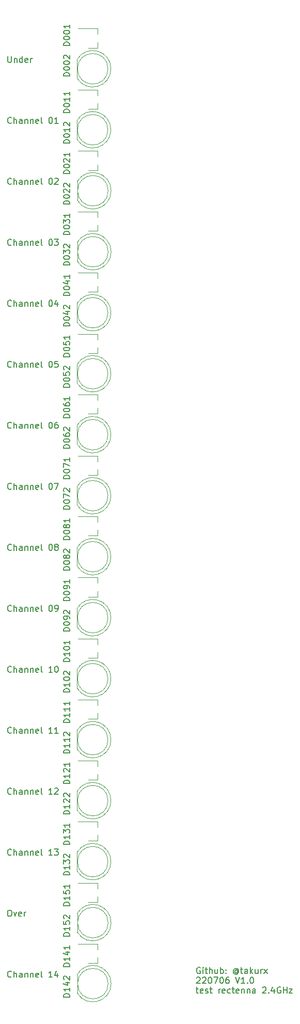
<source format=gbr>
%TF.GenerationSoftware,KiCad,Pcbnew,6.0.1-79c1e3a40b~116~ubuntu20.04.1*%
%TF.CreationDate,2022-07-06T20:39:23+09:00*%
%TF.ProjectId,test-rectenna-2p4g-pcb,74657374-2d72-4656-9374-656e6e612d32,1.0*%
%TF.SameCoordinates,Original*%
%TF.FileFunction,Legend,Top*%
%TF.FilePolarity,Positive*%
%FSLAX46Y46*%
G04 Gerber Fmt 4.6, Leading zero omitted, Abs format (unit mm)*
G04 Created by KiCad (PCBNEW 6.0.1-79c1e3a40b~116~ubuntu20.04.1) date 2022-07-06 20:39:23*
%MOMM*%
%LPD*%
G01*
G04 APERTURE LIST*
%ADD10C,0.150000*%
%ADD11C,0.120000*%
G04 APERTURE END LIST*
D10*
X138859404Y-180890000D02*
X138764166Y-180842380D01*
X138621309Y-180842380D01*
X138478452Y-180890000D01*
X138383214Y-180985238D01*
X138335595Y-181080476D01*
X138287976Y-181270952D01*
X138287976Y-181413809D01*
X138335595Y-181604285D01*
X138383214Y-181699523D01*
X138478452Y-181794761D01*
X138621309Y-181842380D01*
X138716547Y-181842380D01*
X138859404Y-181794761D01*
X138907023Y-181747142D01*
X138907023Y-181413809D01*
X138716547Y-181413809D01*
X139335595Y-181842380D02*
X139335595Y-181175714D01*
X139335595Y-180842380D02*
X139287976Y-180890000D01*
X139335595Y-180937619D01*
X139383214Y-180890000D01*
X139335595Y-180842380D01*
X139335595Y-180937619D01*
X139668928Y-181175714D02*
X140049880Y-181175714D01*
X139811785Y-180842380D02*
X139811785Y-181699523D01*
X139859404Y-181794761D01*
X139954642Y-181842380D01*
X140049880Y-181842380D01*
X140383214Y-181842380D02*
X140383214Y-180842380D01*
X140811785Y-181842380D02*
X140811785Y-181318571D01*
X140764166Y-181223333D01*
X140668928Y-181175714D01*
X140526071Y-181175714D01*
X140430833Y-181223333D01*
X140383214Y-181270952D01*
X141716547Y-181175714D02*
X141716547Y-181842380D01*
X141287976Y-181175714D02*
X141287976Y-181699523D01*
X141335595Y-181794761D01*
X141430833Y-181842380D01*
X141573690Y-181842380D01*
X141668928Y-181794761D01*
X141716547Y-181747142D01*
X142192738Y-181842380D02*
X142192738Y-180842380D01*
X142192738Y-181223333D02*
X142287976Y-181175714D01*
X142478452Y-181175714D01*
X142573690Y-181223333D01*
X142621309Y-181270952D01*
X142668928Y-181366190D01*
X142668928Y-181651904D01*
X142621309Y-181747142D01*
X142573690Y-181794761D01*
X142478452Y-181842380D01*
X142287976Y-181842380D01*
X142192738Y-181794761D01*
X143097500Y-181747142D02*
X143145119Y-181794761D01*
X143097500Y-181842380D01*
X143049880Y-181794761D01*
X143097500Y-181747142D01*
X143097500Y-181842380D01*
X143097500Y-181223333D02*
X143145119Y-181270952D01*
X143097500Y-181318571D01*
X143049880Y-181270952D01*
X143097500Y-181223333D01*
X143097500Y-181318571D01*
X144954642Y-181366190D02*
X144907023Y-181318571D01*
X144811785Y-181270952D01*
X144716547Y-181270952D01*
X144621309Y-181318571D01*
X144573690Y-181366190D01*
X144526071Y-181461428D01*
X144526071Y-181556666D01*
X144573690Y-181651904D01*
X144621309Y-181699523D01*
X144716547Y-181747142D01*
X144811785Y-181747142D01*
X144907023Y-181699523D01*
X144954642Y-181651904D01*
X144954642Y-181270952D02*
X144954642Y-181651904D01*
X145002261Y-181699523D01*
X145049880Y-181699523D01*
X145145119Y-181651904D01*
X145192738Y-181556666D01*
X145192738Y-181318571D01*
X145097500Y-181175714D01*
X144954642Y-181080476D01*
X144764166Y-181032857D01*
X144573690Y-181080476D01*
X144430833Y-181175714D01*
X144335595Y-181318571D01*
X144287976Y-181509047D01*
X144335595Y-181699523D01*
X144430833Y-181842380D01*
X144573690Y-181937619D01*
X144764166Y-181985238D01*
X144954642Y-181937619D01*
X145097500Y-181842380D01*
X145478452Y-181175714D02*
X145859404Y-181175714D01*
X145621309Y-180842380D02*
X145621309Y-181699523D01*
X145668928Y-181794761D01*
X145764166Y-181842380D01*
X145859404Y-181842380D01*
X146621309Y-181842380D02*
X146621309Y-181318571D01*
X146573690Y-181223333D01*
X146478452Y-181175714D01*
X146287976Y-181175714D01*
X146192738Y-181223333D01*
X146621309Y-181794761D02*
X146526071Y-181842380D01*
X146287976Y-181842380D01*
X146192738Y-181794761D01*
X146145119Y-181699523D01*
X146145119Y-181604285D01*
X146192738Y-181509047D01*
X146287976Y-181461428D01*
X146526071Y-181461428D01*
X146621309Y-181413809D01*
X147097500Y-181842380D02*
X147097500Y-180842380D01*
X147192738Y-181461428D02*
X147478452Y-181842380D01*
X147478452Y-181175714D02*
X147097500Y-181556666D01*
X148335595Y-181175714D02*
X148335595Y-181842380D01*
X147907023Y-181175714D02*
X147907023Y-181699523D01*
X147954642Y-181794761D01*
X148049880Y-181842380D01*
X148192738Y-181842380D01*
X148287976Y-181794761D01*
X148335595Y-181747142D01*
X148811785Y-181842380D02*
X148811785Y-181175714D01*
X148811785Y-181366190D02*
X148859404Y-181270952D01*
X148907023Y-181223333D01*
X149002261Y-181175714D01*
X149097500Y-181175714D01*
X149335595Y-181842380D02*
X149859404Y-181175714D01*
X149335595Y-181175714D02*
X149859404Y-181842380D01*
X138287976Y-182547619D02*
X138335595Y-182500000D01*
X138430833Y-182452380D01*
X138668928Y-182452380D01*
X138764166Y-182500000D01*
X138811785Y-182547619D01*
X138859404Y-182642857D01*
X138859404Y-182738095D01*
X138811785Y-182880952D01*
X138240357Y-183452380D01*
X138859404Y-183452380D01*
X139240357Y-182547619D02*
X139287976Y-182500000D01*
X139383214Y-182452380D01*
X139621309Y-182452380D01*
X139716547Y-182500000D01*
X139764166Y-182547619D01*
X139811785Y-182642857D01*
X139811785Y-182738095D01*
X139764166Y-182880952D01*
X139192738Y-183452380D01*
X139811785Y-183452380D01*
X140430833Y-182452380D02*
X140526071Y-182452380D01*
X140621309Y-182500000D01*
X140668928Y-182547619D01*
X140716547Y-182642857D01*
X140764166Y-182833333D01*
X140764166Y-183071428D01*
X140716547Y-183261904D01*
X140668928Y-183357142D01*
X140621309Y-183404761D01*
X140526071Y-183452380D01*
X140430833Y-183452380D01*
X140335595Y-183404761D01*
X140287976Y-183357142D01*
X140240357Y-183261904D01*
X140192738Y-183071428D01*
X140192738Y-182833333D01*
X140240357Y-182642857D01*
X140287976Y-182547619D01*
X140335595Y-182500000D01*
X140430833Y-182452380D01*
X141097500Y-182452380D02*
X141764166Y-182452380D01*
X141335595Y-183452380D01*
X142335595Y-182452380D02*
X142430833Y-182452380D01*
X142526071Y-182500000D01*
X142573690Y-182547619D01*
X142621309Y-182642857D01*
X142668928Y-182833333D01*
X142668928Y-183071428D01*
X142621309Y-183261904D01*
X142573690Y-183357142D01*
X142526071Y-183404761D01*
X142430833Y-183452380D01*
X142335595Y-183452380D01*
X142240357Y-183404761D01*
X142192738Y-183357142D01*
X142145119Y-183261904D01*
X142097500Y-183071428D01*
X142097500Y-182833333D01*
X142145119Y-182642857D01*
X142192738Y-182547619D01*
X142240357Y-182500000D01*
X142335595Y-182452380D01*
X143526071Y-182452380D02*
X143335595Y-182452380D01*
X143240357Y-182500000D01*
X143192738Y-182547619D01*
X143097500Y-182690476D01*
X143049880Y-182880952D01*
X143049880Y-183261904D01*
X143097500Y-183357142D01*
X143145119Y-183404761D01*
X143240357Y-183452380D01*
X143430833Y-183452380D01*
X143526071Y-183404761D01*
X143573690Y-183357142D01*
X143621309Y-183261904D01*
X143621309Y-183023809D01*
X143573690Y-182928571D01*
X143526071Y-182880952D01*
X143430833Y-182833333D01*
X143240357Y-182833333D01*
X143145119Y-182880952D01*
X143097500Y-182928571D01*
X143049880Y-183023809D01*
X144668928Y-182452380D02*
X145002261Y-183452380D01*
X145335595Y-182452380D01*
X146192738Y-183452380D02*
X145621309Y-183452380D01*
X145907023Y-183452380D02*
X145907023Y-182452380D01*
X145811785Y-182595238D01*
X145716547Y-182690476D01*
X145621309Y-182738095D01*
X146621309Y-183357142D02*
X146668928Y-183404761D01*
X146621309Y-183452380D01*
X146573690Y-183404761D01*
X146621309Y-183357142D01*
X146621309Y-183452380D01*
X147287976Y-182452380D02*
X147383214Y-182452380D01*
X147478452Y-182500000D01*
X147526071Y-182547619D01*
X147573690Y-182642857D01*
X147621309Y-182833333D01*
X147621309Y-183071428D01*
X147573690Y-183261904D01*
X147526071Y-183357142D01*
X147478452Y-183404761D01*
X147383214Y-183452380D01*
X147287976Y-183452380D01*
X147192738Y-183404761D01*
X147145119Y-183357142D01*
X147097500Y-183261904D01*
X147049880Y-183071428D01*
X147049880Y-182833333D01*
X147097500Y-182642857D01*
X147145119Y-182547619D01*
X147192738Y-182500000D01*
X147287976Y-182452380D01*
X138192738Y-184395714D02*
X138573690Y-184395714D01*
X138335595Y-184062380D02*
X138335595Y-184919523D01*
X138383214Y-185014761D01*
X138478452Y-185062380D01*
X138573690Y-185062380D01*
X139287976Y-185014761D02*
X139192738Y-185062380D01*
X139002261Y-185062380D01*
X138907023Y-185014761D01*
X138859404Y-184919523D01*
X138859404Y-184538571D01*
X138907023Y-184443333D01*
X139002261Y-184395714D01*
X139192738Y-184395714D01*
X139287976Y-184443333D01*
X139335595Y-184538571D01*
X139335595Y-184633809D01*
X138859404Y-184729047D01*
X139716547Y-185014761D02*
X139811785Y-185062380D01*
X140002261Y-185062380D01*
X140097500Y-185014761D01*
X140145119Y-184919523D01*
X140145119Y-184871904D01*
X140097500Y-184776666D01*
X140002261Y-184729047D01*
X139859404Y-184729047D01*
X139764166Y-184681428D01*
X139716547Y-184586190D01*
X139716547Y-184538571D01*
X139764166Y-184443333D01*
X139859404Y-184395714D01*
X140002261Y-184395714D01*
X140097500Y-184443333D01*
X140430833Y-184395714D02*
X140811785Y-184395714D01*
X140573690Y-184062380D02*
X140573690Y-184919523D01*
X140621309Y-185014761D01*
X140716547Y-185062380D01*
X140811785Y-185062380D01*
X141907023Y-185062380D02*
X141907023Y-184395714D01*
X141907023Y-184586190D02*
X141954642Y-184490952D01*
X142002261Y-184443333D01*
X142097500Y-184395714D01*
X142192738Y-184395714D01*
X142907023Y-185014761D02*
X142811785Y-185062380D01*
X142621309Y-185062380D01*
X142526071Y-185014761D01*
X142478452Y-184919523D01*
X142478452Y-184538571D01*
X142526071Y-184443333D01*
X142621309Y-184395714D01*
X142811785Y-184395714D01*
X142907023Y-184443333D01*
X142954642Y-184538571D01*
X142954642Y-184633809D01*
X142478452Y-184729047D01*
X143811785Y-185014761D02*
X143716547Y-185062380D01*
X143526071Y-185062380D01*
X143430833Y-185014761D01*
X143383214Y-184967142D01*
X143335595Y-184871904D01*
X143335595Y-184586190D01*
X143383214Y-184490952D01*
X143430833Y-184443333D01*
X143526071Y-184395714D01*
X143716547Y-184395714D01*
X143811785Y-184443333D01*
X144097500Y-184395714D02*
X144478452Y-184395714D01*
X144240357Y-184062380D02*
X144240357Y-184919523D01*
X144287976Y-185014761D01*
X144383214Y-185062380D01*
X144478452Y-185062380D01*
X145192738Y-185014761D02*
X145097500Y-185062380D01*
X144907023Y-185062380D01*
X144811785Y-185014761D01*
X144764166Y-184919523D01*
X144764166Y-184538571D01*
X144811785Y-184443333D01*
X144907023Y-184395714D01*
X145097500Y-184395714D01*
X145192738Y-184443333D01*
X145240357Y-184538571D01*
X145240357Y-184633809D01*
X144764166Y-184729047D01*
X145668928Y-184395714D02*
X145668928Y-185062380D01*
X145668928Y-184490952D02*
X145716547Y-184443333D01*
X145811785Y-184395714D01*
X145954642Y-184395714D01*
X146049880Y-184443333D01*
X146097500Y-184538571D01*
X146097500Y-185062380D01*
X146573690Y-184395714D02*
X146573690Y-185062380D01*
X146573690Y-184490952D02*
X146621309Y-184443333D01*
X146716547Y-184395714D01*
X146859404Y-184395714D01*
X146954642Y-184443333D01*
X147002261Y-184538571D01*
X147002261Y-185062380D01*
X147907023Y-185062380D02*
X147907023Y-184538571D01*
X147859404Y-184443333D01*
X147764166Y-184395714D01*
X147573690Y-184395714D01*
X147478452Y-184443333D01*
X147907023Y-185014761D02*
X147811785Y-185062380D01*
X147573690Y-185062380D01*
X147478452Y-185014761D01*
X147430833Y-184919523D01*
X147430833Y-184824285D01*
X147478452Y-184729047D01*
X147573690Y-184681428D01*
X147811785Y-184681428D01*
X147907023Y-184633809D01*
X149097500Y-184157619D02*
X149145119Y-184110000D01*
X149240357Y-184062380D01*
X149478452Y-184062380D01*
X149573690Y-184110000D01*
X149621309Y-184157619D01*
X149668928Y-184252857D01*
X149668928Y-184348095D01*
X149621309Y-184490952D01*
X149049880Y-185062380D01*
X149668928Y-185062380D01*
X150097500Y-184967142D02*
X150145119Y-185014761D01*
X150097500Y-185062380D01*
X150049880Y-185014761D01*
X150097500Y-184967142D01*
X150097500Y-185062380D01*
X151002261Y-184395714D02*
X151002261Y-185062380D01*
X150764166Y-184014761D02*
X150526071Y-184729047D01*
X151145119Y-184729047D01*
X152049880Y-184110000D02*
X151954642Y-184062380D01*
X151811785Y-184062380D01*
X151668928Y-184110000D01*
X151573690Y-184205238D01*
X151526071Y-184300476D01*
X151478452Y-184490952D01*
X151478452Y-184633809D01*
X151526071Y-184824285D01*
X151573690Y-184919523D01*
X151668928Y-185014761D01*
X151811785Y-185062380D01*
X151907023Y-185062380D01*
X152049880Y-185014761D01*
X152097500Y-184967142D01*
X152097500Y-184633809D01*
X151907023Y-184633809D01*
X152526071Y-185062380D02*
X152526071Y-184062380D01*
X152526071Y-184538571D02*
X153097500Y-184538571D01*
X153097500Y-185062380D02*
X153097500Y-184062380D01*
X153478452Y-184395714D02*
X154002261Y-184395714D01*
X153478452Y-185062380D01*
X154002261Y-185062380D01*
X107907023Y-162357142D02*
X107859404Y-162404761D01*
X107716547Y-162452380D01*
X107621309Y-162452380D01*
X107478452Y-162404761D01*
X107383214Y-162309523D01*
X107335595Y-162214285D01*
X107287976Y-162023809D01*
X107287976Y-161880952D01*
X107335595Y-161690476D01*
X107383214Y-161595238D01*
X107478452Y-161500000D01*
X107621309Y-161452380D01*
X107716547Y-161452380D01*
X107859404Y-161500000D01*
X107907023Y-161547619D01*
X108335595Y-162452380D02*
X108335595Y-161452380D01*
X108764166Y-162452380D02*
X108764166Y-161928571D01*
X108716547Y-161833333D01*
X108621309Y-161785714D01*
X108478452Y-161785714D01*
X108383214Y-161833333D01*
X108335595Y-161880952D01*
X109668928Y-162452380D02*
X109668928Y-161928571D01*
X109621309Y-161833333D01*
X109526071Y-161785714D01*
X109335595Y-161785714D01*
X109240357Y-161833333D01*
X109668928Y-162404761D02*
X109573690Y-162452380D01*
X109335595Y-162452380D01*
X109240357Y-162404761D01*
X109192738Y-162309523D01*
X109192738Y-162214285D01*
X109240357Y-162119047D01*
X109335595Y-162071428D01*
X109573690Y-162071428D01*
X109668928Y-162023809D01*
X110145119Y-161785714D02*
X110145119Y-162452380D01*
X110145119Y-161880952D02*
X110192738Y-161833333D01*
X110287976Y-161785714D01*
X110430833Y-161785714D01*
X110526071Y-161833333D01*
X110573690Y-161928571D01*
X110573690Y-162452380D01*
X111049880Y-161785714D02*
X111049880Y-162452380D01*
X111049880Y-161880952D02*
X111097500Y-161833333D01*
X111192738Y-161785714D01*
X111335595Y-161785714D01*
X111430833Y-161833333D01*
X111478452Y-161928571D01*
X111478452Y-162452380D01*
X112335595Y-162404761D02*
X112240357Y-162452380D01*
X112049880Y-162452380D01*
X111954642Y-162404761D01*
X111907023Y-162309523D01*
X111907023Y-161928571D01*
X111954642Y-161833333D01*
X112049880Y-161785714D01*
X112240357Y-161785714D01*
X112335595Y-161833333D01*
X112383214Y-161928571D01*
X112383214Y-162023809D01*
X111907023Y-162119047D01*
X112954642Y-162452380D02*
X112859404Y-162404761D01*
X112811785Y-162309523D01*
X112811785Y-161452380D01*
X114621309Y-162452380D02*
X114049880Y-162452380D01*
X114335595Y-162452380D02*
X114335595Y-161452380D01*
X114240357Y-161595238D01*
X114145119Y-161690476D01*
X114049880Y-161738095D01*
X114954642Y-161452380D02*
X115573690Y-161452380D01*
X115240357Y-161833333D01*
X115383214Y-161833333D01*
X115478452Y-161880952D01*
X115526071Y-161928571D01*
X115573690Y-162023809D01*
X115573690Y-162261904D01*
X115526071Y-162357142D01*
X115478452Y-162404761D01*
X115383214Y-162452380D01*
X115097500Y-162452380D01*
X115002261Y-162404761D01*
X114954642Y-162357142D01*
X107907023Y-182357142D02*
X107859404Y-182404761D01*
X107716547Y-182452380D01*
X107621309Y-182452380D01*
X107478452Y-182404761D01*
X107383214Y-182309523D01*
X107335595Y-182214285D01*
X107287976Y-182023809D01*
X107287976Y-181880952D01*
X107335595Y-181690476D01*
X107383214Y-181595238D01*
X107478452Y-181500000D01*
X107621309Y-181452380D01*
X107716547Y-181452380D01*
X107859404Y-181500000D01*
X107907023Y-181547619D01*
X108335595Y-182452380D02*
X108335595Y-181452380D01*
X108764166Y-182452380D02*
X108764166Y-181928571D01*
X108716547Y-181833333D01*
X108621309Y-181785714D01*
X108478452Y-181785714D01*
X108383214Y-181833333D01*
X108335595Y-181880952D01*
X109668928Y-182452380D02*
X109668928Y-181928571D01*
X109621309Y-181833333D01*
X109526071Y-181785714D01*
X109335595Y-181785714D01*
X109240357Y-181833333D01*
X109668928Y-182404761D02*
X109573690Y-182452380D01*
X109335595Y-182452380D01*
X109240357Y-182404761D01*
X109192738Y-182309523D01*
X109192738Y-182214285D01*
X109240357Y-182119047D01*
X109335595Y-182071428D01*
X109573690Y-182071428D01*
X109668928Y-182023809D01*
X110145119Y-181785714D02*
X110145119Y-182452380D01*
X110145119Y-181880952D02*
X110192738Y-181833333D01*
X110287976Y-181785714D01*
X110430833Y-181785714D01*
X110526071Y-181833333D01*
X110573690Y-181928571D01*
X110573690Y-182452380D01*
X111049880Y-181785714D02*
X111049880Y-182452380D01*
X111049880Y-181880952D02*
X111097500Y-181833333D01*
X111192738Y-181785714D01*
X111335595Y-181785714D01*
X111430833Y-181833333D01*
X111478452Y-181928571D01*
X111478452Y-182452380D01*
X112335595Y-182404761D02*
X112240357Y-182452380D01*
X112049880Y-182452380D01*
X111954642Y-182404761D01*
X111907023Y-182309523D01*
X111907023Y-181928571D01*
X111954642Y-181833333D01*
X112049880Y-181785714D01*
X112240357Y-181785714D01*
X112335595Y-181833333D01*
X112383214Y-181928571D01*
X112383214Y-182023809D01*
X111907023Y-182119047D01*
X112954642Y-182452380D02*
X112859404Y-182404761D01*
X112811785Y-182309523D01*
X112811785Y-181452380D01*
X114621309Y-182452380D02*
X114049880Y-182452380D01*
X114335595Y-182452380D02*
X114335595Y-181452380D01*
X114240357Y-181595238D01*
X114145119Y-181690476D01*
X114049880Y-181738095D01*
X115478452Y-181785714D02*
X115478452Y-182452380D01*
X115240357Y-181404761D02*
X115002261Y-182119047D01*
X115621309Y-182119047D01*
X107526071Y-171452380D02*
X107716547Y-171452380D01*
X107811785Y-171500000D01*
X107907023Y-171595238D01*
X107954642Y-171785714D01*
X107954642Y-172119047D01*
X107907023Y-172309523D01*
X107811785Y-172404761D01*
X107716547Y-172452380D01*
X107526071Y-172452380D01*
X107430833Y-172404761D01*
X107335595Y-172309523D01*
X107287976Y-172119047D01*
X107287976Y-171785714D01*
X107335595Y-171595238D01*
X107430833Y-171500000D01*
X107526071Y-171452380D01*
X108287976Y-171785714D02*
X108526071Y-172452380D01*
X108764166Y-171785714D01*
X109526071Y-172404761D02*
X109430833Y-172452380D01*
X109240357Y-172452380D01*
X109145119Y-172404761D01*
X109097500Y-172309523D01*
X109097500Y-171928571D01*
X109145119Y-171833333D01*
X109240357Y-171785714D01*
X109430833Y-171785714D01*
X109526071Y-171833333D01*
X109573690Y-171928571D01*
X109573690Y-172023809D01*
X109097500Y-172119047D01*
X110002261Y-172452380D02*
X110002261Y-171785714D01*
X110002261Y-171976190D02*
X110049880Y-171880952D01*
X110097500Y-171833333D01*
X110192738Y-171785714D01*
X110287976Y-171785714D01*
X107907023Y-132357142D02*
X107859404Y-132404761D01*
X107716547Y-132452380D01*
X107621309Y-132452380D01*
X107478452Y-132404761D01*
X107383214Y-132309523D01*
X107335595Y-132214285D01*
X107287976Y-132023809D01*
X107287976Y-131880952D01*
X107335595Y-131690476D01*
X107383214Y-131595238D01*
X107478452Y-131500000D01*
X107621309Y-131452380D01*
X107716547Y-131452380D01*
X107859404Y-131500000D01*
X107907023Y-131547619D01*
X108335595Y-132452380D02*
X108335595Y-131452380D01*
X108764166Y-132452380D02*
X108764166Y-131928571D01*
X108716547Y-131833333D01*
X108621309Y-131785714D01*
X108478452Y-131785714D01*
X108383214Y-131833333D01*
X108335595Y-131880952D01*
X109668928Y-132452380D02*
X109668928Y-131928571D01*
X109621309Y-131833333D01*
X109526071Y-131785714D01*
X109335595Y-131785714D01*
X109240357Y-131833333D01*
X109668928Y-132404761D02*
X109573690Y-132452380D01*
X109335595Y-132452380D01*
X109240357Y-132404761D01*
X109192738Y-132309523D01*
X109192738Y-132214285D01*
X109240357Y-132119047D01*
X109335595Y-132071428D01*
X109573690Y-132071428D01*
X109668928Y-132023809D01*
X110145119Y-131785714D02*
X110145119Y-132452380D01*
X110145119Y-131880952D02*
X110192738Y-131833333D01*
X110287976Y-131785714D01*
X110430833Y-131785714D01*
X110526071Y-131833333D01*
X110573690Y-131928571D01*
X110573690Y-132452380D01*
X111049880Y-131785714D02*
X111049880Y-132452380D01*
X111049880Y-131880952D02*
X111097500Y-131833333D01*
X111192738Y-131785714D01*
X111335595Y-131785714D01*
X111430833Y-131833333D01*
X111478452Y-131928571D01*
X111478452Y-132452380D01*
X112335595Y-132404761D02*
X112240357Y-132452380D01*
X112049880Y-132452380D01*
X111954642Y-132404761D01*
X111907023Y-132309523D01*
X111907023Y-131928571D01*
X111954642Y-131833333D01*
X112049880Y-131785714D01*
X112240357Y-131785714D01*
X112335595Y-131833333D01*
X112383214Y-131928571D01*
X112383214Y-132023809D01*
X111907023Y-132119047D01*
X112954642Y-132452380D02*
X112859404Y-132404761D01*
X112811785Y-132309523D01*
X112811785Y-131452380D01*
X114621309Y-132452380D02*
X114049880Y-132452380D01*
X114335595Y-132452380D02*
X114335595Y-131452380D01*
X114240357Y-131595238D01*
X114145119Y-131690476D01*
X114049880Y-131738095D01*
X115240357Y-131452380D02*
X115335595Y-131452380D01*
X115430833Y-131500000D01*
X115478452Y-131547619D01*
X115526071Y-131642857D01*
X115573690Y-131833333D01*
X115573690Y-132071428D01*
X115526071Y-132261904D01*
X115478452Y-132357142D01*
X115430833Y-132404761D01*
X115335595Y-132452380D01*
X115240357Y-132452380D01*
X115145119Y-132404761D01*
X115097500Y-132357142D01*
X115049880Y-132261904D01*
X115002261Y-132071428D01*
X115002261Y-131833333D01*
X115049880Y-131642857D01*
X115097500Y-131547619D01*
X115145119Y-131500000D01*
X115240357Y-131452380D01*
X107907023Y-152357142D02*
X107859404Y-152404761D01*
X107716547Y-152452380D01*
X107621309Y-152452380D01*
X107478452Y-152404761D01*
X107383214Y-152309523D01*
X107335595Y-152214285D01*
X107287976Y-152023809D01*
X107287976Y-151880952D01*
X107335595Y-151690476D01*
X107383214Y-151595238D01*
X107478452Y-151500000D01*
X107621309Y-151452380D01*
X107716547Y-151452380D01*
X107859404Y-151500000D01*
X107907023Y-151547619D01*
X108335595Y-152452380D02*
X108335595Y-151452380D01*
X108764166Y-152452380D02*
X108764166Y-151928571D01*
X108716547Y-151833333D01*
X108621309Y-151785714D01*
X108478452Y-151785714D01*
X108383214Y-151833333D01*
X108335595Y-151880952D01*
X109668928Y-152452380D02*
X109668928Y-151928571D01*
X109621309Y-151833333D01*
X109526071Y-151785714D01*
X109335595Y-151785714D01*
X109240357Y-151833333D01*
X109668928Y-152404761D02*
X109573690Y-152452380D01*
X109335595Y-152452380D01*
X109240357Y-152404761D01*
X109192738Y-152309523D01*
X109192738Y-152214285D01*
X109240357Y-152119047D01*
X109335595Y-152071428D01*
X109573690Y-152071428D01*
X109668928Y-152023809D01*
X110145119Y-151785714D02*
X110145119Y-152452380D01*
X110145119Y-151880952D02*
X110192738Y-151833333D01*
X110287976Y-151785714D01*
X110430833Y-151785714D01*
X110526071Y-151833333D01*
X110573690Y-151928571D01*
X110573690Y-152452380D01*
X111049880Y-151785714D02*
X111049880Y-152452380D01*
X111049880Y-151880952D02*
X111097500Y-151833333D01*
X111192738Y-151785714D01*
X111335595Y-151785714D01*
X111430833Y-151833333D01*
X111478452Y-151928571D01*
X111478452Y-152452380D01*
X112335595Y-152404761D02*
X112240357Y-152452380D01*
X112049880Y-152452380D01*
X111954642Y-152404761D01*
X111907023Y-152309523D01*
X111907023Y-151928571D01*
X111954642Y-151833333D01*
X112049880Y-151785714D01*
X112240357Y-151785714D01*
X112335595Y-151833333D01*
X112383214Y-151928571D01*
X112383214Y-152023809D01*
X111907023Y-152119047D01*
X112954642Y-152452380D02*
X112859404Y-152404761D01*
X112811785Y-152309523D01*
X112811785Y-151452380D01*
X114621309Y-152452380D02*
X114049880Y-152452380D01*
X114335595Y-152452380D02*
X114335595Y-151452380D01*
X114240357Y-151595238D01*
X114145119Y-151690476D01*
X114049880Y-151738095D01*
X115002261Y-151547619D02*
X115049880Y-151500000D01*
X115145119Y-151452380D01*
X115383214Y-151452380D01*
X115478452Y-151500000D01*
X115526071Y-151547619D01*
X115573690Y-151642857D01*
X115573690Y-151738095D01*
X115526071Y-151880952D01*
X114954642Y-152452380D01*
X115573690Y-152452380D01*
X107907023Y-142357142D02*
X107859404Y-142404761D01*
X107716547Y-142452380D01*
X107621309Y-142452380D01*
X107478452Y-142404761D01*
X107383214Y-142309523D01*
X107335595Y-142214285D01*
X107287976Y-142023809D01*
X107287976Y-141880952D01*
X107335595Y-141690476D01*
X107383214Y-141595238D01*
X107478452Y-141500000D01*
X107621309Y-141452380D01*
X107716547Y-141452380D01*
X107859404Y-141500000D01*
X107907023Y-141547619D01*
X108335595Y-142452380D02*
X108335595Y-141452380D01*
X108764166Y-142452380D02*
X108764166Y-141928571D01*
X108716547Y-141833333D01*
X108621309Y-141785714D01*
X108478452Y-141785714D01*
X108383214Y-141833333D01*
X108335595Y-141880952D01*
X109668928Y-142452380D02*
X109668928Y-141928571D01*
X109621309Y-141833333D01*
X109526071Y-141785714D01*
X109335595Y-141785714D01*
X109240357Y-141833333D01*
X109668928Y-142404761D02*
X109573690Y-142452380D01*
X109335595Y-142452380D01*
X109240357Y-142404761D01*
X109192738Y-142309523D01*
X109192738Y-142214285D01*
X109240357Y-142119047D01*
X109335595Y-142071428D01*
X109573690Y-142071428D01*
X109668928Y-142023809D01*
X110145119Y-141785714D02*
X110145119Y-142452380D01*
X110145119Y-141880952D02*
X110192738Y-141833333D01*
X110287976Y-141785714D01*
X110430833Y-141785714D01*
X110526071Y-141833333D01*
X110573690Y-141928571D01*
X110573690Y-142452380D01*
X111049880Y-141785714D02*
X111049880Y-142452380D01*
X111049880Y-141880952D02*
X111097500Y-141833333D01*
X111192738Y-141785714D01*
X111335595Y-141785714D01*
X111430833Y-141833333D01*
X111478452Y-141928571D01*
X111478452Y-142452380D01*
X112335595Y-142404761D02*
X112240357Y-142452380D01*
X112049880Y-142452380D01*
X111954642Y-142404761D01*
X111907023Y-142309523D01*
X111907023Y-141928571D01*
X111954642Y-141833333D01*
X112049880Y-141785714D01*
X112240357Y-141785714D01*
X112335595Y-141833333D01*
X112383214Y-141928571D01*
X112383214Y-142023809D01*
X111907023Y-142119047D01*
X112954642Y-142452380D02*
X112859404Y-142404761D01*
X112811785Y-142309523D01*
X112811785Y-141452380D01*
X114621309Y-142452380D02*
X114049880Y-142452380D01*
X114335595Y-142452380D02*
X114335595Y-141452380D01*
X114240357Y-141595238D01*
X114145119Y-141690476D01*
X114049880Y-141738095D01*
X115573690Y-142452380D02*
X115002261Y-142452380D01*
X115287976Y-142452380D02*
X115287976Y-141452380D01*
X115192738Y-141595238D01*
X115097500Y-141690476D01*
X115002261Y-141738095D01*
X107907023Y-102357142D02*
X107859404Y-102404761D01*
X107716547Y-102452380D01*
X107621309Y-102452380D01*
X107478452Y-102404761D01*
X107383214Y-102309523D01*
X107335595Y-102214285D01*
X107287976Y-102023809D01*
X107287976Y-101880952D01*
X107335595Y-101690476D01*
X107383214Y-101595238D01*
X107478452Y-101500000D01*
X107621309Y-101452380D01*
X107716547Y-101452380D01*
X107859404Y-101500000D01*
X107907023Y-101547619D01*
X108335595Y-102452380D02*
X108335595Y-101452380D01*
X108764166Y-102452380D02*
X108764166Y-101928571D01*
X108716547Y-101833333D01*
X108621309Y-101785714D01*
X108478452Y-101785714D01*
X108383214Y-101833333D01*
X108335595Y-101880952D01*
X109668928Y-102452380D02*
X109668928Y-101928571D01*
X109621309Y-101833333D01*
X109526071Y-101785714D01*
X109335595Y-101785714D01*
X109240357Y-101833333D01*
X109668928Y-102404761D02*
X109573690Y-102452380D01*
X109335595Y-102452380D01*
X109240357Y-102404761D01*
X109192738Y-102309523D01*
X109192738Y-102214285D01*
X109240357Y-102119047D01*
X109335595Y-102071428D01*
X109573690Y-102071428D01*
X109668928Y-102023809D01*
X110145119Y-101785714D02*
X110145119Y-102452380D01*
X110145119Y-101880952D02*
X110192738Y-101833333D01*
X110287976Y-101785714D01*
X110430833Y-101785714D01*
X110526071Y-101833333D01*
X110573690Y-101928571D01*
X110573690Y-102452380D01*
X111049880Y-101785714D02*
X111049880Y-102452380D01*
X111049880Y-101880952D02*
X111097500Y-101833333D01*
X111192738Y-101785714D01*
X111335595Y-101785714D01*
X111430833Y-101833333D01*
X111478452Y-101928571D01*
X111478452Y-102452380D01*
X112335595Y-102404761D02*
X112240357Y-102452380D01*
X112049880Y-102452380D01*
X111954642Y-102404761D01*
X111907023Y-102309523D01*
X111907023Y-101928571D01*
X111954642Y-101833333D01*
X112049880Y-101785714D01*
X112240357Y-101785714D01*
X112335595Y-101833333D01*
X112383214Y-101928571D01*
X112383214Y-102023809D01*
X111907023Y-102119047D01*
X112954642Y-102452380D02*
X112859404Y-102404761D01*
X112811785Y-102309523D01*
X112811785Y-101452380D01*
X114287976Y-101452380D02*
X114383214Y-101452380D01*
X114478452Y-101500000D01*
X114526071Y-101547619D01*
X114573690Y-101642857D01*
X114621309Y-101833333D01*
X114621309Y-102071428D01*
X114573690Y-102261904D01*
X114526071Y-102357142D01*
X114478452Y-102404761D01*
X114383214Y-102452380D01*
X114287976Y-102452380D01*
X114192738Y-102404761D01*
X114145119Y-102357142D01*
X114097500Y-102261904D01*
X114049880Y-102071428D01*
X114049880Y-101833333D01*
X114097500Y-101642857D01*
X114145119Y-101547619D01*
X114192738Y-101500000D01*
X114287976Y-101452380D01*
X114954642Y-101452380D02*
X115621309Y-101452380D01*
X115192738Y-102452380D01*
X107907023Y-122357142D02*
X107859404Y-122404761D01*
X107716547Y-122452380D01*
X107621309Y-122452380D01*
X107478452Y-122404761D01*
X107383214Y-122309523D01*
X107335595Y-122214285D01*
X107287976Y-122023809D01*
X107287976Y-121880952D01*
X107335595Y-121690476D01*
X107383214Y-121595238D01*
X107478452Y-121500000D01*
X107621309Y-121452380D01*
X107716547Y-121452380D01*
X107859404Y-121500000D01*
X107907023Y-121547619D01*
X108335595Y-122452380D02*
X108335595Y-121452380D01*
X108764166Y-122452380D02*
X108764166Y-121928571D01*
X108716547Y-121833333D01*
X108621309Y-121785714D01*
X108478452Y-121785714D01*
X108383214Y-121833333D01*
X108335595Y-121880952D01*
X109668928Y-122452380D02*
X109668928Y-121928571D01*
X109621309Y-121833333D01*
X109526071Y-121785714D01*
X109335595Y-121785714D01*
X109240357Y-121833333D01*
X109668928Y-122404761D02*
X109573690Y-122452380D01*
X109335595Y-122452380D01*
X109240357Y-122404761D01*
X109192738Y-122309523D01*
X109192738Y-122214285D01*
X109240357Y-122119047D01*
X109335595Y-122071428D01*
X109573690Y-122071428D01*
X109668928Y-122023809D01*
X110145119Y-121785714D02*
X110145119Y-122452380D01*
X110145119Y-121880952D02*
X110192738Y-121833333D01*
X110287976Y-121785714D01*
X110430833Y-121785714D01*
X110526071Y-121833333D01*
X110573690Y-121928571D01*
X110573690Y-122452380D01*
X111049880Y-121785714D02*
X111049880Y-122452380D01*
X111049880Y-121880952D02*
X111097500Y-121833333D01*
X111192738Y-121785714D01*
X111335595Y-121785714D01*
X111430833Y-121833333D01*
X111478452Y-121928571D01*
X111478452Y-122452380D01*
X112335595Y-122404761D02*
X112240357Y-122452380D01*
X112049880Y-122452380D01*
X111954642Y-122404761D01*
X111907023Y-122309523D01*
X111907023Y-121928571D01*
X111954642Y-121833333D01*
X112049880Y-121785714D01*
X112240357Y-121785714D01*
X112335595Y-121833333D01*
X112383214Y-121928571D01*
X112383214Y-122023809D01*
X111907023Y-122119047D01*
X112954642Y-122452380D02*
X112859404Y-122404761D01*
X112811785Y-122309523D01*
X112811785Y-121452380D01*
X114287976Y-121452380D02*
X114383214Y-121452380D01*
X114478452Y-121500000D01*
X114526071Y-121547619D01*
X114573690Y-121642857D01*
X114621309Y-121833333D01*
X114621309Y-122071428D01*
X114573690Y-122261904D01*
X114526071Y-122357142D01*
X114478452Y-122404761D01*
X114383214Y-122452380D01*
X114287976Y-122452380D01*
X114192738Y-122404761D01*
X114145119Y-122357142D01*
X114097500Y-122261904D01*
X114049880Y-122071428D01*
X114049880Y-121833333D01*
X114097500Y-121642857D01*
X114145119Y-121547619D01*
X114192738Y-121500000D01*
X114287976Y-121452380D01*
X115097500Y-122452380D02*
X115287976Y-122452380D01*
X115383214Y-122404761D01*
X115430833Y-122357142D01*
X115526071Y-122214285D01*
X115573690Y-122023809D01*
X115573690Y-121642857D01*
X115526071Y-121547619D01*
X115478452Y-121500000D01*
X115383214Y-121452380D01*
X115192738Y-121452380D01*
X115097500Y-121500000D01*
X115049880Y-121547619D01*
X115002261Y-121642857D01*
X115002261Y-121880952D01*
X115049880Y-121976190D01*
X115097500Y-122023809D01*
X115192738Y-122071428D01*
X115383214Y-122071428D01*
X115478452Y-122023809D01*
X115526071Y-121976190D01*
X115573690Y-121880952D01*
X107907023Y-112357142D02*
X107859404Y-112404761D01*
X107716547Y-112452380D01*
X107621309Y-112452380D01*
X107478452Y-112404761D01*
X107383214Y-112309523D01*
X107335595Y-112214285D01*
X107287976Y-112023809D01*
X107287976Y-111880952D01*
X107335595Y-111690476D01*
X107383214Y-111595238D01*
X107478452Y-111500000D01*
X107621309Y-111452380D01*
X107716547Y-111452380D01*
X107859404Y-111500000D01*
X107907023Y-111547619D01*
X108335595Y-112452380D02*
X108335595Y-111452380D01*
X108764166Y-112452380D02*
X108764166Y-111928571D01*
X108716547Y-111833333D01*
X108621309Y-111785714D01*
X108478452Y-111785714D01*
X108383214Y-111833333D01*
X108335595Y-111880952D01*
X109668928Y-112452380D02*
X109668928Y-111928571D01*
X109621309Y-111833333D01*
X109526071Y-111785714D01*
X109335595Y-111785714D01*
X109240357Y-111833333D01*
X109668928Y-112404761D02*
X109573690Y-112452380D01*
X109335595Y-112452380D01*
X109240357Y-112404761D01*
X109192738Y-112309523D01*
X109192738Y-112214285D01*
X109240357Y-112119047D01*
X109335595Y-112071428D01*
X109573690Y-112071428D01*
X109668928Y-112023809D01*
X110145119Y-111785714D02*
X110145119Y-112452380D01*
X110145119Y-111880952D02*
X110192738Y-111833333D01*
X110287976Y-111785714D01*
X110430833Y-111785714D01*
X110526071Y-111833333D01*
X110573690Y-111928571D01*
X110573690Y-112452380D01*
X111049880Y-111785714D02*
X111049880Y-112452380D01*
X111049880Y-111880952D02*
X111097500Y-111833333D01*
X111192738Y-111785714D01*
X111335595Y-111785714D01*
X111430833Y-111833333D01*
X111478452Y-111928571D01*
X111478452Y-112452380D01*
X112335595Y-112404761D02*
X112240357Y-112452380D01*
X112049880Y-112452380D01*
X111954642Y-112404761D01*
X111907023Y-112309523D01*
X111907023Y-111928571D01*
X111954642Y-111833333D01*
X112049880Y-111785714D01*
X112240357Y-111785714D01*
X112335595Y-111833333D01*
X112383214Y-111928571D01*
X112383214Y-112023809D01*
X111907023Y-112119047D01*
X112954642Y-112452380D02*
X112859404Y-112404761D01*
X112811785Y-112309523D01*
X112811785Y-111452380D01*
X114287976Y-111452380D02*
X114383214Y-111452380D01*
X114478452Y-111500000D01*
X114526071Y-111547619D01*
X114573690Y-111642857D01*
X114621309Y-111833333D01*
X114621309Y-112071428D01*
X114573690Y-112261904D01*
X114526071Y-112357142D01*
X114478452Y-112404761D01*
X114383214Y-112452380D01*
X114287976Y-112452380D01*
X114192738Y-112404761D01*
X114145119Y-112357142D01*
X114097500Y-112261904D01*
X114049880Y-112071428D01*
X114049880Y-111833333D01*
X114097500Y-111642857D01*
X114145119Y-111547619D01*
X114192738Y-111500000D01*
X114287976Y-111452380D01*
X115192738Y-111880952D02*
X115097500Y-111833333D01*
X115049880Y-111785714D01*
X115002261Y-111690476D01*
X115002261Y-111642857D01*
X115049880Y-111547619D01*
X115097500Y-111500000D01*
X115192738Y-111452380D01*
X115383214Y-111452380D01*
X115478452Y-111500000D01*
X115526071Y-111547619D01*
X115573690Y-111642857D01*
X115573690Y-111690476D01*
X115526071Y-111785714D01*
X115478452Y-111833333D01*
X115383214Y-111880952D01*
X115192738Y-111880952D01*
X115097500Y-111928571D01*
X115049880Y-111976190D01*
X115002261Y-112071428D01*
X115002261Y-112261904D01*
X115049880Y-112357142D01*
X115097500Y-112404761D01*
X115192738Y-112452380D01*
X115383214Y-112452380D01*
X115478452Y-112404761D01*
X115526071Y-112357142D01*
X115573690Y-112261904D01*
X115573690Y-112071428D01*
X115526071Y-111976190D01*
X115478452Y-111928571D01*
X115383214Y-111880952D01*
X107907023Y-72357142D02*
X107859404Y-72404761D01*
X107716547Y-72452380D01*
X107621309Y-72452380D01*
X107478452Y-72404761D01*
X107383214Y-72309523D01*
X107335595Y-72214285D01*
X107287976Y-72023809D01*
X107287976Y-71880952D01*
X107335595Y-71690476D01*
X107383214Y-71595238D01*
X107478452Y-71500000D01*
X107621309Y-71452380D01*
X107716547Y-71452380D01*
X107859404Y-71500000D01*
X107907023Y-71547619D01*
X108335595Y-72452380D02*
X108335595Y-71452380D01*
X108764166Y-72452380D02*
X108764166Y-71928571D01*
X108716547Y-71833333D01*
X108621309Y-71785714D01*
X108478452Y-71785714D01*
X108383214Y-71833333D01*
X108335595Y-71880952D01*
X109668928Y-72452380D02*
X109668928Y-71928571D01*
X109621309Y-71833333D01*
X109526071Y-71785714D01*
X109335595Y-71785714D01*
X109240357Y-71833333D01*
X109668928Y-72404761D02*
X109573690Y-72452380D01*
X109335595Y-72452380D01*
X109240357Y-72404761D01*
X109192738Y-72309523D01*
X109192738Y-72214285D01*
X109240357Y-72119047D01*
X109335595Y-72071428D01*
X109573690Y-72071428D01*
X109668928Y-72023809D01*
X110145119Y-71785714D02*
X110145119Y-72452380D01*
X110145119Y-71880952D02*
X110192738Y-71833333D01*
X110287976Y-71785714D01*
X110430833Y-71785714D01*
X110526071Y-71833333D01*
X110573690Y-71928571D01*
X110573690Y-72452380D01*
X111049880Y-71785714D02*
X111049880Y-72452380D01*
X111049880Y-71880952D02*
X111097500Y-71833333D01*
X111192738Y-71785714D01*
X111335595Y-71785714D01*
X111430833Y-71833333D01*
X111478452Y-71928571D01*
X111478452Y-72452380D01*
X112335595Y-72404761D02*
X112240357Y-72452380D01*
X112049880Y-72452380D01*
X111954642Y-72404761D01*
X111907023Y-72309523D01*
X111907023Y-71928571D01*
X111954642Y-71833333D01*
X112049880Y-71785714D01*
X112240357Y-71785714D01*
X112335595Y-71833333D01*
X112383214Y-71928571D01*
X112383214Y-72023809D01*
X111907023Y-72119047D01*
X112954642Y-72452380D02*
X112859404Y-72404761D01*
X112811785Y-72309523D01*
X112811785Y-71452380D01*
X114287976Y-71452380D02*
X114383214Y-71452380D01*
X114478452Y-71500000D01*
X114526071Y-71547619D01*
X114573690Y-71642857D01*
X114621309Y-71833333D01*
X114621309Y-72071428D01*
X114573690Y-72261904D01*
X114526071Y-72357142D01*
X114478452Y-72404761D01*
X114383214Y-72452380D01*
X114287976Y-72452380D01*
X114192738Y-72404761D01*
X114145119Y-72357142D01*
X114097500Y-72261904D01*
X114049880Y-72071428D01*
X114049880Y-71833333D01*
X114097500Y-71642857D01*
X114145119Y-71547619D01*
X114192738Y-71500000D01*
X114287976Y-71452380D01*
X115478452Y-71785714D02*
X115478452Y-72452380D01*
X115240357Y-71404761D02*
X115002261Y-72119047D01*
X115621309Y-72119047D01*
X107907023Y-92357142D02*
X107859404Y-92404761D01*
X107716547Y-92452380D01*
X107621309Y-92452380D01*
X107478452Y-92404761D01*
X107383214Y-92309523D01*
X107335595Y-92214285D01*
X107287976Y-92023809D01*
X107287976Y-91880952D01*
X107335595Y-91690476D01*
X107383214Y-91595238D01*
X107478452Y-91500000D01*
X107621309Y-91452380D01*
X107716547Y-91452380D01*
X107859404Y-91500000D01*
X107907023Y-91547619D01*
X108335595Y-92452380D02*
X108335595Y-91452380D01*
X108764166Y-92452380D02*
X108764166Y-91928571D01*
X108716547Y-91833333D01*
X108621309Y-91785714D01*
X108478452Y-91785714D01*
X108383214Y-91833333D01*
X108335595Y-91880952D01*
X109668928Y-92452380D02*
X109668928Y-91928571D01*
X109621309Y-91833333D01*
X109526071Y-91785714D01*
X109335595Y-91785714D01*
X109240357Y-91833333D01*
X109668928Y-92404761D02*
X109573690Y-92452380D01*
X109335595Y-92452380D01*
X109240357Y-92404761D01*
X109192738Y-92309523D01*
X109192738Y-92214285D01*
X109240357Y-92119047D01*
X109335595Y-92071428D01*
X109573690Y-92071428D01*
X109668928Y-92023809D01*
X110145119Y-91785714D02*
X110145119Y-92452380D01*
X110145119Y-91880952D02*
X110192738Y-91833333D01*
X110287976Y-91785714D01*
X110430833Y-91785714D01*
X110526071Y-91833333D01*
X110573690Y-91928571D01*
X110573690Y-92452380D01*
X111049880Y-91785714D02*
X111049880Y-92452380D01*
X111049880Y-91880952D02*
X111097500Y-91833333D01*
X111192738Y-91785714D01*
X111335595Y-91785714D01*
X111430833Y-91833333D01*
X111478452Y-91928571D01*
X111478452Y-92452380D01*
X112335595Y-92404761D02*
X112240357Y-92452380D01*
X112049880Y-92452380D01*
X111954642Y-92404761D01*
X111907023Y-92309523D01*
X111907023Y-91928571D01*
X111954642Y-91833333D01*
X112049880Y-91785714D01*
X112240357Y-91785714D01*
X112335595Y-91833333D01*
X112383214Y-91928571D01*
X112383214Y-92023809D01*
X111907023Y-92119047D01*
X112954642Y-92452380D02*
X112859404Y-92404761D01*
X112811785Y-92309523D01*
X112811785Y-91452380D01*
X114287976Y-91452380D02*
X114383214Y-91452380D01*
X114478452Y-91500000D01*
X114526071Y-91547619D01*
X114573690Y-91642857D01*
X114621309Y-91833333D01*
X114621309Y-92071428D01*
X114573690Y-92261904D01*
X114526071Y-92357142D01*
X114478452Y-92404761D01*
X114383214Y-92452380D01*
X114287976Y-92452380D01*
X114192738Y-92404761D01*
X114145119Y-92357142D01*
X114097500Y-92261904D01*
X114049880Y-92071428D01*
X114049880Y-91833333D01*
X114097500Y-91642857D01*
X114145119Y-91547619D01*
X114192738Y-91500000D01*
X114287976Y-91452380D01*
X115478452Y-91452380D02*
X115287976Y-91452380D01*
X115192738Y-91500000D01*
X115145119Y-91547619D01*
X115049880Y-91690476D01*
X115002261Y-91880952D01*
X115002261Y-92261904D01*
X115049880Y-92357142D01*
X115097500Y-92404761D01*
X115192738Y-92452380D01*
X115383214Y-92452380D01*
X115478452Y-92404761D01*
X115526071Y-92357142D01*
X115573690Y-92261904D01*
X115573690Y-92023809D01*
X115526071Y-91928571D01*
X115478452Y-91880952D01*
X115383214Y-91833333D01*
X115192738Y-91833333D01*
X115097500Y-91880952D01*
X115049880Y-91928571D01*
X115002261Y-92023809D01*
X107907023Y-82357142D02*
X107859404Y-82404761D01*
X107716547Y-82452380D01*
X107621309Y-82452380D01*
X107478452Y-82404761D01*
X107383214Y-82309523D01*
X107335595Y-82214285D01*
X107287976Y-82023809D01*
X107287976Y-81880952D01*
X107335595Y-81690476D01*
X107383214Y-81595238D01*
X107478452Y-81500000D01*
X107621309Y-81452380D01*
X107716547Y-81452380D01*
X107859404Y-81500000D01*
X107907023Y-81547619D01*
X108335595Y-82452380D02*
X108335595Y-81452380D01*
X108764166Y-82452380D02*
X108764166Y-81928571D01*
X108716547Y-81833333D01*
X108621309Y-81785714D01*
X108478452Y-81785714D01*
X108383214Y-81833333D01*
X108335595Y-81880952D01*
X109668928Y-82452380D02*
X109668928Y-81928571D01*
X109621309Y-81833333D01*
X109526071Y-81785714D01*
X109335595Y-81785714D01*
X109240357Y-81833333D01*
X109668928Y-82404761D02*
X109573690Y-82452380D01*
X109335595Y-82452380D01*
X109240357Y-82404761D01*
X109192738Y-82309523D01*
X109192738Y-82214285D01*
X109240357Y-82119047D01*
X109335595Y-82071428D01*
X109573690Y-82071428D01*
X109668928Y-82023809D01*
X110145119Y-81785714D02*
X110145119Y-82452380D01*
X110145119Y-81880952D02*
X110192738Y-81833333D01*
X110287976Y-81785714D01*
X110430833Y-81785714D01*
X110526071Y-81833333D01*
X110573690Y-81928571D01*
X110573690Y-82452380D01*
X111049880Y-81785714D02*
X111049880Y-82452380D01*
X111049880Y-81880952D02*
X111097500Y-81833333D01*
X111192738Y-81785714D01*
X111335595Y-81785714D01*
X111430833Y-81833333D01*
X111478452Y-81928571D01*
X111478452Y-82452380D01*
X112335595Y-82404761D02*
X112240357Y-82452380D01*
X112049880Y-82452380D01*
X111954642Y-82404761D01*
X111907023Y-82309523D01*
X111907023Y-81928571D01*
X111954642Y-81833333D01*
X112049880Y-81785714D01*
X112240357Y-81785714D01*
X112335595Y-81833333D01*
X112383214Y-81928571D01*
X112383214Y-82023809D01*
X111907023Y-82119047D01*
X112954642Y-82452380D02*
X112859404Y-82404761D01*
X112811785Y-82309523D01*
X112811785Y-81452380D01*
X114287976Y-81452380D02*
X114383214Y-81452380D01*
X114478452Y-81500000D01*
X114526071Y-81547619D01*
X114573690Y-81642857D01*
X114621309Y-81833333D01*
X114621309Y-82071428D01*
X114573690Y-82261904D01*
X114526071Y-82357142D01*
X114478452Y-82404761D01*
X114383214Y-82452380D01*
X114287976Y-82452380D01*
X114192738Y-82404761D01*
X114145119Y-82357142D01*
X114097500Y-82261904D01*
X114049880Y-82071428D01*
X114049880Y-81833333D01*
X114097500Y-81642857D01*
X114145119Y-81547619D01*
X114192738Y-81500000D01*
X114287976Y-81452380D01*
X115526071Y-81452380D02*
X115049880Y-81452380D01*
X115002261Y-81928571D01*
X115049880Y-81880952D01*
X115145119Y-81833333D01*
X115383214Y-81833333D01*
X115478452Y-81880952D01*
X115526071Y-81928571D01*
X115573690Y-82023809D01*
X115573690Y-82261904D01*
X115526071Y-82357142D01*
X115478452Y-82404761D01*
X115383214Y-82452380D01*
X115145119Y-82452380D01*
X115049880Y-82404761D01*
X115002261Y-82357142D01*
X107907023Y-62357142D02*
X107859404Y-62404761D01*
X107716547Y-62452380D01*
X107621309Y-62452380D01*
X107478452Y-62404761D01*
X107383214Y-62309523D01*
X107335595Y-62214285D01*
X107287976Y-62023809D01*
X107287976Y-61880952D01*
X107335595Y-61690476D01*
X107383214Y-61595238D01*
X107478452Y-61500000D01*
X107621309Y-61452380D01*
X107716547Y-61452380D01*
X107859404Y-61500000D01*
X107907023Y-61547619D01*
X108335595Y-62452380D02*
X108335595Y-61452380D01*
X108764166Y-62452380D02*
X108764166Y-61928571D01*
X108716547Y-61833333D01*
X108621309Y-61785714D01*
X108478452Y-61785714D01*
X108383214Y-61833333D01*
X108335595Y-61880952D01*
X109668928Y-62452380D02*
X109668928Y-61928571D01*
X109621309Y-61833333D01*
X109526071Y-61785714D01*
X109335595Y-61785714D01*
X109240357Y-61833333D01*
X109668928Y-62404761D02*
X109573690Y-62452380D01*
X109335595Y-62452380D01*
X109240357Y-62404761D01*
X109192738Y-62309523D01*
X109192738Y-62214285D01*
X109240357Y-62119047D01*
X109335595Y-62071428D01*
X109573690Y-62071428D01*
X109668928Y-62023809D01*
X110145119Y-61785714D02*
X110145119Y-62452380D01*
X110145119Y-61880952D02*
X110192738Y-61833333D01*
X110287976Y-61785714D01*
X110430833Y-61785714D01*
X110526071Y-61833333D01*
X110573690Y-61928571D01*
X110573690Y-62452380D01*
X111049880Y-61785714D02*
X111049880Y-62452380D01*
X111049880Y-61880952D02*
X111097500Y-61833333D01*
X111192738Y-61785714D01*
X111335595Y-61785714D01*
X111430833Y-61833333D01*
X111478452Y-61928571D01*
X111478452Y-62452380D01*
X112335595Y-62404761D02*
X112240357Y-62452380D01*
X112049880Y-62452380D01*
X111954642Y-62404761D01*
X111907023Y-62309523D01*
X111907023Y-61928571D01*
X111954642Y-61833333D01*
X112049880Y-61785714D01*
X112240357Y-61785714D01*
X112335595Y-61833333D01*
X112383214Y-61928571D01*
X112383214Y-62023809D01*
X111907023Y-62119047D01*
X112954642Y-62452380D02*
X112859404Y-62404761D01*
X112811785Y-62309523D01*
X112811785Y-61452380D01*
X114287976Y-61452380D02*
X114383214Y-61452380D01*
X114478452Y-61500000D01*
X114526071Y-61547619D01*
X114573690Y-61642857D01*
X114621309Y-61833333D01*
X114621309Y-62071428D01*
X114573690Y-62261904D01*
X114526071Y-62357142D01*
X114478452Y-62404761D01*
X114383214Y-62452380D01*
X114287976Y-62452380D01*
X114192738Y-62404761D01*
X114145119Y-62357142D01*
X114097500Y-62261904D01*
X114049880Y-62071428D01*
X114049880Y-61833333D01*
X114097500Y-61642857D01*
X114145119Y-61547619D01*
X114192738Y-61500000D01*
X114287976Y-61452380D01*
X114954642Y-61452380D02*
X115573690Y-61452380D01*
X115240357Y-61833333D01*
X115383214Y-61833333D01*
X115478452Y-61880952D01*
X115526071Y-61928571D01*
X115573690Y-62023809D01*
X115573690Y-62261904D01*
X115526071Y-62357142D01*
X115478452Y-62404761D01*
X115383214Y-62452380D01*
X115097500Y-62452380D01*
X115002261Y-62404761D01*
X114954642Y-62357142D01*
X107907023Y-52357142D02*
X107859404Y-52404761D01*
X107716547Y-52452380D01*
X107621309Y-52452380D01*
X107478452Y-52404761D01*
X107383214Y-52309523D01*
X107335595Y-52214285D01*
X107287976Y-52023809D01*
X107287976Y-51880952D01*
X107335595Y-51690476D01*
X107383214Y-51595238D01*
X107478452Y-51500000D01*
X107621309Y-51452380D01*
X107716547Y-51452380D01*
X107859404Y-51500000D01*
X107907023Y-51547619D01*
X108335595Y-52452380D02*
X108335595Y-51452380D01*
X108764166Y-52452380D02*
X108764166Y-51928571D01*
X108716547Y-51833333D01*
X108621309Y-51785714D01*
X108478452Y-51785714D01*
X108383214Y-51833333D01*
X108335595Y-51880952D01*
X109668928Y-52452380D02*
X109668928Y-51928571D01*
X109621309Y-51833333D01*
X109526071Y-51785714D01*
X109335595Y-51785714D01*
X109240357Y-51833333D01*
X109668928Y-52404761D02*
X109573690Y-52452380D01*
X109335595Y-52452380D01*
X109240357Y-52404761D01*
X109192738Y-52309523D01*
X109192738Y-52214285D01*
X109240357Y-52119047D01*
X109335595Y-52071428D01*
X109573690Y-52071428D01*
X109668928Y-52023809D01*
X110145119Y-51785714D02*
X110145119Y-52452380D01*
X110145119Y-51880952D02*
X110192738Y-51833333D01*
X110287976Y-51785714D01*
X110430833Y-51785714D01*
X110526071Y-51833333D01*
X110573690Y-51928571D01*
X110573690Y-52452380D01*
X111049880Y-51785714D02*
X111049880Y-52452380D01*
X111049880Y-51880952D02*
X111097500Y-51833333D01*
X111192738Y-51785714D01*
X111335595Y-51785714D01*
X111430833Y-51833333D01*
X111478452Y-51928571D01*
X111478452Y-52452380D01*
X112335595Y-52404761D02*
X112240357Y-52452380D01*
X112049880Y-52452380D01*
X111954642Y-52404761D01*
X111907023Y-52309523D01*
X111907023Y-51928571D01*
X111954642Y-51833333D01*
X112049880Y-51785714D01*
X112240357Y-51785714D01*
X112335595Y-51833333D01*
X112383214Y-51928571D01*
X112383214Y-52023809D01*
X111907023Y-52119047D01*
X112954642Y-52452380D02*
X112859404Y-52404761D01*
X112811785Y-52309523D01*
X112811785Y-51452380D01*
X114287976Y-51452380D02*
X114383214Y-51452380D01*
X114478452Y-51500000D01*
X114526071Y-51547619D01*
X114573690Y-51642857D01*
X114621309Y-51833333D01*
X114621309Y-52071428D01*
X114573690Y-52261904D01*
X114526071Y-52357142D01*
X114478452Y-52404761D01*
X114383214Y-52452380D01*
X114287976Y-52452380D01*
X114192738Y-52404761D01*
X114145119Y-52357142D01*
X114097500Y-52261904D01*
X114049880Y-52071428D01*
X114049880Y-51833333D01*
X114097500Y-51642857D01*
X114145119Y-51547619D01*
X114192738Y-51500000D01*
X114287976Y-51452380D01*
X115002261Y-51547619D02*
X115049880Y-51500000D01*
X115145119Y-51452380D01*
X115383214Y-51452380D01*
X115478452Y-51500000D01*
X115526071Y-51547619D01*
X115573690Y-51642857D01*
X115573690Y-51738095D01*
X115526071Y-51880952D01*
X114954642Y-52452380D01*
X115573690Y-52452380D01*
X107907023Y-42357142D02*
X107859404Y-42404761D01*
X107716547Y-42452380D01*
X107621309Y-42452380D01*
X107478452Y-42404761D01*
X107383214Y-42309523D01*
X107335595Y-42214285D01*
X107287976Y-42023809D01*
X107287976Y-41880952D01*
X107335595Y-41690476D01*
X107383214Y-41595238D01*
X107478452Y-41500000D01*
X107621309Y-41452380D01*
X107716547Y-41452380D01*
X107859404Y-41500000D01*
X107907023Y-41547619D01*
X108335595Y-42452380D02*
X108335595Y-41452380D01*
X108764166Y-42452380D02*
X108764166Y-41928571D01*
X108716547Y-41833333D01*
X108621309Y-41785714D01*
X108478452Y-41785714D01*
X108383214Y-41833333D01*
X108335595Y-41880952D01*
X109668928Y-42452380D02*
X109668928Y-41928571D01*
X109621309Y-41833333D01*
X109526071Y-41785714D01*
X109335595Y-41785714D01*
X109240357Y-41833333D01*
X109668928Y-42404761D02*
X109573690Y-42452380D01*
X109335595Y-42452380D01*
X109240357Y-42404761D01*
X109192738Y-42309523D01*
X109192738Y-42214285D01*
X109240357Y-42119047D01*
X109335595Y-42071428D01*
X109573690Y-42071428D01*
X109668928Y-42023809D01*
X110145119Y-41785714D02*
X110145119Y-42452380D01*
X110145119Y-41880952D02*
X110192738Y-41833333D01*
X110287976Y-41785714D01*
X110430833Y-41785714D01*
X110526071Y-41833333D01*
X110573690Y-41928571D01*
X110573690Y-42452380D01*
X111049880Y-41785714D02*
X111049880Y-42452380D01*
X111049880Y-41880952D02*
X111097500Y-41833333D01*
X111192738Y-41785714D01*
X111335595Y-41785714D01*
X111430833Y-41833333D01*
X111478452Y-41928571D01*
X111478452Y-42452380D01*
X112335595Y-42404761D02*
X112240357Y-42452380D01*
X112049880Y-42452380D01*
X111954642Y-42404761D01*
X111907023Y-42309523D01*
X111907023Y-41928571D01*
X111954642Y-41833333D01*
X112049880Y-41785714D01*
X112240357Y-41785714D01*
X112335595Y-41833333D01*
X112383214Y-41928571D01*
X112383214Y-42023809D01*
X111907023Y-42119047D01*
X112954642Y-42452380D02*
X112859404Y-42404761D01*
X112811785Y-42309523D01*
X112811785Y-41452380D01*
X114287976Y-41452380D02*
X114383214Y-41452380D01*
X114478452Y-41500000D01*
X114526071Y-41547619D01*
X114573690Y-41642857D01*
X114621309Y-41833333D01*
X114621309Y-42071428D01*
X114573690Y-42261904D01*
X114526071Y-42357142D01*
X114478452Y-42404761D01*
X114383214Y-42452380D01*
X114287976Y-42452380D01*
X114192738Y-42404761D01*
X114145119Y-42357142D01*
X114097500Y-42261904D01*
X114049880Y-42071428D01*
X114049880Y-41833333D01*
X114097500Y-41642857D01*
X114145119Y-41547619D01*
X114192738Y-41500000D01*
X114287976Y-41452380D01*
X115573690Y-42452380D02*
X115002261Y-42452380D01*
X115287976Y-42452380D02*
X115287976Y-41452380D01*
X115192738Y-41595238D01*
X115097500Y-41690476D01*
X115002261Y-41738095D01*
X107335595Y-31452380D02*
X107335595Y-32261904D01*
X107383214Y-32357142D01*
X107430833Y-32404761D01*
X107526071Y-32452380D01*
X107716547Y-32452380D01*
X107811785Y-32404761D01*
X107859404Y-32357142D01*
X107907023Y-32261904D01*
X107907023Y-31452380D01*
X108383214Y-31785714D02*
X108383214Y-32452380D01*
X108383214Y-31880952D02*
X108430833Y-31833333D01*
X108526071Y-31785714D01*
X108668928Y-31785714D01*
X108764166Y-31833333D01*
X108811785Y-31928571D01*
X108811785Y-32452380D01*
X109716547Y-32452380D02*
X109716547Y-31452380D01*
X109716547Y-32404761D02*
X109621309Y-32452380D01*
X109430833Y-32452380D01*
X109335595Y-32404761D01*
X109287976Y-32357142D01*
X109240357Y-32261904D01*
X109240357Y-31976190D01*
X109287976Y-31880952D01*
X109335595Y-31833333D01*
X109430833Y-31785714D01*
X109621309Y-31785714D01*
X109716547Y-31833333D01*
X110573690Y-32404761D02*
X110478452Y-32452380D01*
X110287976Y-32452380D01*
X110192738Y-32404761D01*
X110145119Y-32309523D01*
X110145119Y-31928571D01*
X110192738Y-31833333D01*
X110287976Y-31785714D01*
X110478452Y-31785714D01*
X110573690Y-31833333D01*
X110621309Y-31928571D01*
X110621309Y-32023809D01*
X110145119Y-32119047D01*
X111049880Y-32452380D02*
X111049880Y-31785714D01*
X111049880Y-31976190D02*
X111097500Y-31880952D01*
X111145119Y-31833333D01*
X111240357Y-31785714D01*
X111335595Y-31785714D01*
%TO.C,D151*%
X117452380Y-170690476D02*
X116452380Y-170690476D01*
X116452380Y-170452380D01*
X116500000Y-170309523D01*
X116595238Y-170214285D01*
X116690476Y-170166666D01*
X116880952Y-170119047D01*
X117023809Y-170119047D01*
X117214285Y-170166666D01*
X117309523Y-170214285D01*
X117404761Y-170309523D01*
X117452380Y-170452380D01*
X117452380Y-170690476D01*
X117452380Y-169166666D02*
X117452380Y-169738095D01*
X117452380Y-169452380D02*
X116452380Y-169452380D01*
X116595238Y-169547619D01*
X116690476Y-169642857D01*
X116738095Y-169738095D01*
X116452380Y-168261904D02*
X116452380Y-168738095D01*
X116928571Y-168785714D01*
X116880952Y-168738095D01*
X116833333Y-168642857D01*
X116833333Y-168404761D01*
X116880952Y-168309523D01*
X116928571Y-168261904D01*
X117023809Y-168214285D01*
X117261904Y-168214285D01*
X117357142Y-168261904D01*
X117404761Y-168309523D01*
X117452380Y-168404761D01*
X117452380Y-168642857D01*
X117404761Y-168738095D01*
X117357142Y-168785714D01*
X117452380Y-167261904D02*
X117452380Y-167833333D01*
X117452380Y-167547619D02*
X116452380Y-167547619D01*
X116595238Y-167642857D01*
X116690476Y-167738095D01*
X116738095Y-167833333D01*
%TO.C,D141*%
X117452380Y-180690476D02*
X116452380Y-180690476D01*
X116452380Y-180452380D01*
X116500000Y-180309523D01*
X116595238Y-180214285D01*
X116690476Y-180166666D01*
X116880952Y-180119047D01*
X117023809Y-180119047D01*
X117214285Y-180166666D01*
X117309523Y-180214285D01*
X117404761Y-180309523D01*
X117452380Y-180452380D01*
X117452380Y-180690476D01*
X117452380Y-179166666D02*
X117452380Y-179738095D01*
X117452380Y-179452380D02*
X116452380Y-179452380D01*
X116595238Y-179547619D01*
X116690476Y-179642857D01*
X116738095Y-179738095D01*
X116785714Y-178309523D02*
X117452380Y-178309523D01*
X116404761Y-178547619D02*
X117119047Y-178785714D01*
X117119047Y-178166666D01*
X117452380Y-177261904D02*
X117452380Y-177833333D01*
X117452380Y-177547619D02*
X116452380Y-177547619D01*
X116595238Y-177642857D01*
X116690476Y-177738095D01*
X116738095Y-177833333D01*
%TO.C,D131*%
X117452380Y-160690476D02*
X116452380Y-160690476D01*
X116452380Y-160452380D01*
X116500000Y-160309523D01*
X116595238Y-160214285D01*
X116690476Y-160166666D01*
X116880952Y-160119047D01*
X117023809Y-160119047D01*
X117214285Y-160166666D01*
X117309523Y-160214285D01*
X117404761Y-160309523D01*
X117452380Y-160452380D01*
X117452380Y-160690476D01*
X117452380Y-159166666D02*
X117452380Y-159738095D01*
X117452380Y-159452380D02*
X116452380Y-159452380D01*
X116595238Y-159547619D01*
X116690476Y-159642857D01*
X116738095Y-159738095D01*
X116452380Y-158833333D02*
X116452380Y-158214285D01*
X116833333Y-158547619D01*
X116833333Y-158404761D01*
X116880952Y-158309523D01*
X116928571Y-158261904D01*
X117023809Y-158214285D01*
X117261904Y-158214285D01*
X117357142Y-158261904D01*
X117404761Y-158309523D01*
X117452380Y-158404761D01*
X117452380Y-158690476D01*
X117404761Y-158785714D01*
X117357142Y-158833333D01*
X117452380Y-157261904D02*
X117452380Y-157833333D01*
X117452380Y-157547619D02*
X116452380Y-157547619D01*
X116595238Y-157642857D01*
X116690476Y-157738095D01*
X116738095Y-157833333D01*
%TO.C,D121*%
X117452380Y-150690476D02*
X116452380Y-150690476D01*
X116452380Y-150452380D01*
X116500000Y-150309523D01*
X116595238Y-150214285D01*
X116690476Y-150166666D01*
X116880952Y-150119047D01*
X117023809Y-150119047D01*
X117214285Y-150166666D01*
X117309523Y-150214285D01*
X117404761Y-150309523D01*
X117452380Y-150452380D01*
X117452380Y-150690476D01*
X117452380Y-149166666D02*
X117452380Y-149738095D01*
X117452380Y-149452380D02*
X116452380Y-149452380D01*
X116595238Y-149547619D01*
X116690476Y-149642857D01*
X116738095Y-149738095D01*
X116547619Y-148785714D02*
X116500000Y-148738095D01*
X116452380Y-148642857D01*
X116452380Y-148404761D01*
X116500000Y-148309523D01*
X116547619Y-148261904D01*
X116642857Y-148214285D01*
X116738095Y-148214285D01*
X116880952Y-148261904D01*
X117452380Y-148833333D01*
X117452380Y-148214285D01*
X117452380Y-147261904D02*
X117452380Y-147833333D01*
X117452380Y-147547619D02*
X116452380Y-147547619D01*
X116595238Y-147642857D01*
X116690476Y-147738095D01*
X116738095Y-147833333D01*
%TO.C,D111*%
X117452380Y-140690476D02*
X116452380Y-140690476D01*
X116452380Y-140452380D01*
X116500000Y-140309523D01*
X116595238Y-140214285D01*
X116690476Y-140166666D01*
X116880952Y-140119047D01*
X117023809Y-140119047D01*
X117214285Y-140166666D01*
X117309523Y-140214285D01*
X117404761Y-140309523D01*
X117452380Y-140452380D01*
X117452380Y-140690476D01*
X117452380Y-139166666D02*
X117452380Y-139738095D01*
X117452380Y-139452380D02*
X116452380Y-139452380D01*
X116595238Y-139547619D01*
X116690476Y-139642857D01*
X116738095Y-139738095D01*
X117452380Y-138214285D02*
X117452380Y-138785714D01*
X117452380Y-138500000D02*
X116452380Y-138500000D01*
X116595238Y-138595238D01*
X116690476Y-138690476D01*
X116738095Y-138785714D01*
X117452380Y-137261904D02*
X117452380Y-137833333D01*
X117452380Y-137547619D02*
X116452380Y-137547619D01*
X116595238Y-137642857D01*
X116690476Y-137738095D01*
X116738095Y-137833333D01*
%TO.C,D101*%
X117452380Y-130690476D02*
X116452380Y-130690476D01*
X116452380Y-130452380D01*
X116500000Y-130309523D01*
X116595238Y-130214285D01*
X116690476Y-130166666D01*
X116880952Y-130119047D01*
X117023809Y-130119047D01*
X117214285Y-130166666D01*
X117309523Y-130214285D01*
X117404761Y-130309523D01*
X117452380Y-130452380D01*
X117452380Y-130690476D01*
X117452380Y-129166666D02*
X117452380Y-129738095D01*
X117452380Y-129452380D02*
X116452380Y-129452380D01*
X116595238Y-129547619D01*
X116690476Y-129642857D01*
X116738095Y-129738095D01*
X116452380Y-128547619D02*
X116452380Y-128452380D01*
X116500000Y-128357142D01*
X116547619Y-128309523D01*
X116642857Y-128261904D01*
X116833333Y-128214285D01*
X117071428Y-128214285D01*
X117261904Y-128261904D01*
X117357142Y-128309523D01*
X117404761Y-128357142D01*
X117452380Y-128452380D01*
X117452380Y-128547619D01*
X117404761Y-128642857D01*
X117357142Y-128690476D01*
X117261904Y-128738095D01*
X117071428Y-128785714D01*
X116833333Y-128785714D01*
X116642857Y-128738095D01*
X116547619Y-128690476D01*
X116500000Y-128642857D01*
X116452380Y-128547619D01*
X117452380Y-127261904D02*
X117452380Y-127833333D01*
X117452380Y-127547619D02*
X116452380Y-127547619D01*
X116595238Y-127642857D01*
X116690476Y-127738095D01*
X116738095Y-127833333D01*
%TO.C,D091*%
X117452380Y-120690476D02*
X116452380Y-120690476D01*
X116452380Y-120452380D01*
X116500000Y-120309523D01*
X116595238Y-120214285D01*
X116690476Y-120166666D01*
X116880952Y-120119047D01*
X117023809Y-120119047D01*
X117214285Y-120166666D01*
X117309523Y-120214285D01*
X117404761Y-120309523D01*
X117452380Y-120452380D01*
X117452380Y-120690476D01*
X116452380Y-119500000D02*
X116452380Y-119404761D01*
X116500000Y-119309523D01*
X116547619Y-119261904D01*
X116642857Y-119214285D01*
X116833333Y-119166666D01*
X117071428Y-119166666D01*
X117261904Y-119214285D01*
X117357142Y-119261904D01*
X117404761Y-119309523D01*
X117452380Y-119404761D01*
X117452380Y-119500000D01*
X117404761Y-119595238D01*
X117357142Y-119642857D01*
X117261904Y-119690476D01*
X117071428Y-119738095D01*
X116833333Y-119738095D01*
X116642857Y-119690476D01*
X116547619Y-119642857D01*
X116500000Y-119595238D01*
X116452380Y-119500000D01*
X117452380Y-118690476D02*
X117452380Y-118500000D01*
X117404761Y-118404761D01*
X117357142Y-118357142D01*
X117214285Y-118261904D01*
X117023809Y-118214285D01*
X116642857Y-118214285D01*
X116547619Y-118261904D01*
X116500000Y-118309523D01*
X116452380Y-118404761D01*
X116452380Y-118595238D01*
X116500000Y-118690476D01*
X116547619Y-118738095D01*
X116642857Y-118785714D01*
X116880952Y-118785714D01*
X116976190Y-118738095D01*
X117023809Y-118690476D01*
X117071428Y-118595238D01*
X117071428Y-118404761D01*
X117023809Y-118309523D01*
X116976190Y-118261904D01*
X116880952Y-118214285D01*
X117452380Y-117261904D02*
X117452380Y-117833333D01*
X117452380Y-117547619D02*
X116452380Y-117547619D01*
X116595238Y-117642857D01*
X116690476Y-117738095D01*
X116738095Y-117833333D01*
%TO.C,D081*%
X117452380Y-110690476D02*
X116452380Y-110690476D01*
X116452380Y-110452380D01*
X116500000Y-110309523D01*
X116595238Y-110214285D01*
X116690476Y-110166666D01*
X116880952Y-110119047D01*
X117023809Y-110119047D01*
X117214285Y-110166666D01*
X117309523Y-110214285D01*
X117404761Y-110309523D01*
X117452380Y-110452380D01*
X117452380Y-110690476D01*
X116452380Y-109500000D02*
X116452380Y-109404761D01*
X116500000Y-109309523D01*
X116547619Y-109261904D01*
X116642857Y-109214285D01*
X116833333Y-109166666D01*
X117071428Y-109166666D01*
X117261904Y-109214285D01*
X117357142Y-109261904D01*
X117404761Y-109309523D01*
X117452380Y-109404761D01*
X117452380Y-109500000D01*
X117404761Y-109595238D01*
X117357142Y-109642857D01*
X117261904Y-109690476D01*
X117071428Y-109738095D01*
X116833333Y-109738095D01*
X116642857Y-109690476D01*
X116547619Y-109642857D01*
X116500000Y-109595238D01*
X116452380Y-109500000D01*
X116880952Y-108595238D02*
X116833333Y-108690476D01*
X116785714Y-108738095D01*
X116690476Y-108785714D01*
X116642857Y-108785714D01*
X116547619Y-108738095D01*
X116500000Y-108690476D01*
X116452380Y-108595238D01*
X116452380Y-108404761D01*
X116500000Y-108309523D01*
X116547619Y-108261904D01*
X116642857Y-108214285D01*
X116690476Y-108214285D01*
X116785714Y-108261904D01*
X116833333Y-108309523D01*
X116880952Y-108404761D01*
X116880952Y-108595238D01*
X116928571Y-108690476D01*
X116976190Y-108738095D01*
X117071428Y-108785714D01*
X117261904Y-108785714D01*
X117357142Y-108738095D01*
X117404761Y-108690476D01*
X117452380Y-108595238D01*
X117452380Y-108404761D01*
X117404761Y-108309523D01*
X117357142Y-108261904D01*
X117261904Y-108214285D01*
X117071428Y-108214285D01*
X116976190Y-108261904D01*
X116928571Y-108309523D01*
X116880952Y-108404761D01*
X117452380Y-107261904D02*
X117452380Y-107833333D01*
X117452380Y-107547619D02*
X116452380Y-107547619D01*
X116595238Y-107642857D01*
X116690476Y-107738095D01*
X116738095Y-107833333D01*
%TO.C,D071*%
X117452380Y-100690476D02*
X116452380Y-100690476D01*
X116452380Y-100452380D01*
X116500000Y-100309523D01*
X116595238Y-100214285D01*
X116690476Y-100166666D01*
X116880952Y-100119047D01*
X117023809Y-100119047D01*
X117214285Y-100166666D01*
X117309523Y-100214285D01*
X117404761Y-100309523D01*
X117452380Y-100452380D01*
X117452380Y-100690476D01*
X116452380Y-99500000D02*
X116452380Y-99404761D01*
X116500000Y-99309523D01*
X116547619Y-99261904D01*
X116642857Y-99214285D01*
X116833333Y-99166666D01*
X117071428Y-99166666D01*
X117261904Y-99214285D01*
X117357142Y-99261904D01*
X117404761Y-99309523D01*
X117452380Y-99404761D01*
X117452380Y-99500000D01*
X117404761Y-99595238D01*
X117357142Y-99642857D01*
X117261904Y-99690476D01*
X117071428Y-99738095D01*
X116833333Y-99738095D01*
X116642857Y-99690476D01*
X116547619Y-99642857D01*
X116500000Y-99595238D01*
X116452380Y-99500000D01*
X116452380Y-98833333D02*
X116452380Y-98166666D01*
X117452380Y-98595238D01*
X117452380Y-97261904D02*
X117452380Y-97833333D01*
X117452380Y-97547619D02*
X116452380Y-97547619D01*
X116595238Y-97642857D01*
X116690476Y-97738095D01*
X116738095Y-97833333D01*
%TO.C,D061*%
X117452380Y-90690476D02*
X116452380Y-90690476D01*
X116452380Y-90452380D01*
X116500000Y-90309523D01*
X116595238Y-90214285D01*
X116690476Y-90166666D01*
X116880952Y-90119047D01*
X117023809Y-90119047D01*
X117214285Y-90166666D01*
X117309523Y-90214285D01*
X117404761Y-90309523D01*
X117452380Y-90452380D01*
X117452380Y-90690476D01*
X116452380Y-89500000D02*
X116452380Y-89404761D01*
X116500000Y-89309523D01*
X116547619Y-89261904D01*
X116642857Y-89214285D01*
X116833333Y-89166666D01*
X117071428Y-89166666D01*
X117261904Y-89214285D01*
X117357142Y-89261904D01*
X117404761Y-89309523D01*
X117452380Y-89404761D01*
X117452380Y-89500000D01*
X117404761Y-89595238D01*
X117357142Y-89642857D01*
X117261904Y-89690476D01*
X117071428Y-89738095D01*
X116833333Y-89738095D01*
X116642857Y-89690476D01*
X116547619Y-89642857D01*
X116500000Y-89595238D01*
X116452380Y-89500000D01*
X116452380Y-88309523D02*
X116452380Y-88500000D01*
X116500000Y-88595238D01*
X116547619Y-88642857D01*
X116690476Y-88738095D01*
X116880952Y-88785714D01*
X117261904Y-88785714D01*
X117357142Y-88738095D01*
X117404761Y-88690476D01*
X117452380Y-88595238D01*
X117452380Y-88404761D01*
X117404761Y-88309523D01*
X117357142Y-88261904D01*
X117261904Y-88214285D01*
X117023809Y-88214285D01*
X116928571Y-88261904D01*
X116880952Y-88309523D01*
X116833333Y-88404761D01*
X116833333Y-88595238D01*
X116880952Y-88690476D01*
X116928571Y-88738095D01*
X117023809Y-88785714D01*
X117452380Y-87261904D02*
X117452380Y-87833333D01*
X117452380Y-87547619D02*
X116452380Y-87547619D01*
X116595238Y-87642857D01*
X116690476Y-87738095D01*
X116738095Y-87833333D01*
%TO.C,D051*%
X117452380Y-80690476D02*
X116452380Y-80690476D01*
X116452380Y-80452380D01*
X116500000Y-80309523D01*
X116595238Y-80214285D01*
X116690476Y-80166666D01*
X116880952Y-80119047D01*
X117023809Y-80119047D01*
X117214285Y-80166666D01*
X117309523Y-80214285D01*
X117404761Y-80309523D01*
X117452380Y-80452380D01*
X117452380Y-80690476D01*
X116452380Y-79500000D02*
X116452380Y-79404761D01*
X116500000Y-79309523D01*
X116547619Y-79261904D01*
X116642857Y-79214285D01*
X116833333Y-79166666D01*
X117071428Y-79166666D01*
X117261904Y-79214285D01*
X117357142Y-79261904D01*
X117404761Y-79309523D01*
X117452380Y-79404761D01*
X117452380Y-79500000D01*
X117404761Y-79595238D01*
X117357142Y-79642857D01*
X117261904Y-79690476D01*
X117071428Y-79738095D01*
X116833333Y-79738095D01*
X116642857Y-79690476D01*
X116547619Y-79642857D01*
X116500000Y-79595238D01*
X116452380Y-79500000D01*
X116452380Y-78261904D02*
X116452380Y-78738095D01*
X116928571Y-78785714D01*
X116880952Y-78738095D01*
X116833333Y-78642857D01*
X116833333Y-78404761D01*
X116880952Y-78309523D01*
X116928571Y-78261904D01*
X117023809Y-78214285D01*
X117261904Y-78214285D01*
X117357142Y-78261904D01*
X117404761Y-78309523D01*
X117452380Y-78404761D01*
X117452380Y-78642857D01*
X117404761Y-78738095D01*
X117357142Y-78785714D01*
X117452380Y-77261904D02*
X117452380Y-77833333D01*
X117452380Y-77547619D02*
X116452380Y-77547619D01*
X116595238Y-77642857D01*
X116690476Y-77738095D01*
X116738095Y-77833333D01*
%TO.C,D041*%
X117452380Y-70690476D02*
X116452380Y-70690476D01*
X116452380Y-70452380D01*
X116500000Y-70309523D01*
X116595238Y-70214285D01*
X116690476Y-70166666D01*
X116880952Y-70119047D01*
X117023809Y-70119047D01*
X117214285Y-70166666D01*
X117309523Y-70214285D01*
X117404761Y-70309523D01*
X117452380Y-70452380D01*
X117452380Y-70690476D01*
X116452380Y-69500000D02*
X116452380Y-69404761D01*
X116500000Y-69309523D01*
X116547619Y-69261904D01*
X116642857Y-69214285D01*
X116833333Y-69166666D01*
X117071428Y-69166666D01*
X117261904Y-69214285D01*
X117357142Y-69261904D01*
X117404761Y-69309523D01*
X117452380Y-69404761D01*
X117452380Y-69500000D01*
X117404761Y-69595238D01*
X117357142Y-69642857D01*
X117261904Y-69690476D01*
X117071428Y-69738095D01*
X116833333Y-69738095D01*
X116642857Y-69690476D01*
X116547619Y-69642857D01*
X116500000Y-69595238D01*
X116452380Y-69500000D01*
X116785714Y-68309523D02*
X117452380Y-68309523D01*
X116404761Y-68547619D02*
X117119047Y-68785714D01*
X117119047Y-68166666D01*
X117452380Y-67261904D02*
X117452380Y-67833333D01*
X117452380Y-67547619D02*
X116452380Y-67547619D01*
X116595238Y-67642857D01*
X116690476Y-67738095D01*
X116738095Y-67833333D01*
%TO.C,D031*%
X117452380Y-60690476D02*
X116452380Y-60690476D01*
X116452380Y-60452380D01*
X116500000Y-60309523D01*
X116595238Y-60214285D01*
X116690476Y-60166666D01*
X116880952Y-60119047D01*
X117023809Y-60119047D01*
X117214285Y-60166666D01*
X117309523Y-60214285D01*
X117404761Y-60309523D01*
X117452380Y-60452380D01*
X117452380Y-60690476D01*
X116452380Y-59500000D02*
X116452380Y-59404761D01*
X116500000Y-59309523D01*
X116547619Y-59261904D01*
X116642857Y-59214285D01*
X116833333Y-59166666D01*
X117071428Y-59166666D01*
X117261904Y-59214285D01*
X117357142Y-59261904D01*
X117404761Y-59309523D01*
X117452380Y-59404761D01*
X117452380Y-59500000D01*
X117404761Y-59595238D01*
X117357142Y-59642857D01*
X117261904Y-59690476D01*
X117071428Y-59738095D01*
X116833333Y-59738095D01*
X116642857Y-59690476D01*
X116547619Y-59642857D01*
X116500000Y-59595238D01*
X116452380Y-59500000D01*
X116452380Y-58833333D02*
X116452380Y-58214285D01*
X116833333Y-58547619D01*
X116833333Y-58404761D01*
X116880952Y-58309523D01*
X116928571Y-58261904D01*
X117023809Y-58214285D01*
X117261904Y-58214285D01*
X117357142Y-58261904D01*
X117404761Y-58309523D01*
X117452380Y-58404761D01*
X117452380Y-58690476D01*
X117404761Y-58785714D01*
X117357142Y-58833333D01*
X117452380Y-57261904D02*
X117452380Y-57833333D01*
X117452380Y-57547619D02*
X116452380Y-57547619D01*
X116595238Y-57642857D01*
X116690476Y-57738095D01*
X116738095Y-57833333D01*
%TO.C,D021*%
X117452380Y-50690476D02*
X116452380Y-50690476D01*
X116452380Y-50452380D01*
X116500000Y-50309523D01*
X116595238Y-50214285D01*
X116690476Y-50166666D01*
X116880952Y-50119047D01*
X117023809Y-50119047D01*
X117214285Y-50166666D01*
X117309523Y-50214285D01*
X117404761Y-50309523D01*
X117452380Y-50452380D01*
X117452380Y-50690476D01*
X116452380Y-49500000D02*
X116452380Y-49404761D01*
X116500000Y-49309523D01*
X116547619Y-49261904D01*
X116642857Y-49214285D01*
X116833333Y-49166666D01*
X117071428Y-49166666D01*
X117261904Y-49214285D01*
X117357142Y-49261904D01*
X117404761Y-49309523D01*
X117452380Y-49404761D01*
X117452380Y-49500000D01*
X117404761Y-49595238D01*
X117357142Y-49642857D01*
X117261904Y-49690476D01*
X117071428Y-49738095D01*
X116833333Y-49738095D01*
X116642857Y-49690476D01*
X116547619Y-49642857D01*
X116500000Y-49595238D01*
X116452380Y-49500000D01*
X116547619Y-48785714D02*
X116500000Y-48738095D01*
X116452380Y-48642857D01*
X116452380Y-48404761D01*
X116500000Y-48309523D01*
X116547619Y-48261904D01*
X116642857Y-48214285D01*
X116738095Y-48214285D01*
X116880952Y-48261904D01*
X117452380Y-48833333D01*
X117452380Y-48214285D01*
X117452380Y-47261904D02*
X117452380Y-47833333D01*
X117452380Y-47547619D02*
X116452380Y-47547619D01*
X116595238Y-47642857D01*
X116690476Y-47738095D01*
X116738095Y-47833333D01*
%TO.C,D011*%
X117452380Y-40690476D02*
X116452380Y-40690476D01*
X116452380Y-40452380D01*
X116500000Y-40309523D01*
X116595238Y-40214285D01*
X116690476Y-40166666D01*
X116880952Y-40119047D01*
X117023809Y-40119047D01*
X117214285Y-40166666D01*
X117309523Y-40214285D01*
X117404761Y-40309523D01*
X117452380Y-40452380D01*
X117452380Y-40690476D01*
X116452380Y-39500000D02*
X116452380Y-39404761D01*
X116500000Y-39309523D01*
X116547619Y-39261904D01*
X116642857Y-39214285D01*
X116833333Y-39166666D01*
X117071428Y-39166666D01*
X117261904Y-39214285D01*
X117357142Y-39261904D01*
X117404761Y-39309523D01*
X117452380Y-39404761D01*
X117452380Y-39500000D01*
X117404761Y-39595238D01*
X117357142Y-39642857D01*
X117261904Y-39690476D01*
X117071428Y-39738095D01*
X116833333Y-39738095D01*
X116642857Y-39690476D01*
X116547619Y-39642857D01*
X116500000Y-39595238D01*
X116452380Y-39500000D01*
X117452380Y-38214285D02*
X117452380Y-38785714D01*
X117452380Y-38500000D02*
X116452380Y-38500000D01*
X116595238Y-38595238D01*
X116690476Y-38690476D01*
X116738095Y-38785714D01*
X117452380Y-37261904D02*
X117452380Y-37833333D01*
X117452380Y-37547619D02*
X116452380Y-37547619D01*
X116595238Y-37642857D01*
X116690476Y-37738095D01*
X116738095Y-37833333D01*
%TO.C,D001*%
X117452380Y-29690476D02*
X116452380Y-29690476D01*
X116452380Y-29452380D01*
X116500000Y-29309523D01*
X116595238Y-29214285D01*
X116690476Y-29166666D01*
X116880952Y-29119047D01*
X117023809Y-29119047D01*
X117214285Y-29166666D01*
X117309523Y-29214285D01*
X117404761Y-29309523D01*
X117452380Y-29452380D01*
X117452380Y-29690476D01*
X116452380Y-28500000D02*
X116452380Y-28404761D01*
X116500000Y-28309523D01*
X116547619Y-28261904D01*
X116642857Y-28214285D01*
X116833333Y-28166666D01*
X117071428Y-28166666D01*
X117261904Y-28214285D01*
X117357142Y-28261904D01*
X117404761Y-28309523D01*
X117452380Y-28404761D01*
X117452380Y-28500000D01*
X117404761Y-28595238D01*
X117357142Y-28642857D01*
X117261904Y-28690476D01*
X117071428Y-28738095D01*
X116833333Y-28738095D01*
X116642857Y-28690476D01*
X116547619Y-28642857D01*
X116500000Y-28595238D01*
X116452380Y-28500000D01*
X116452380Y-27547619D02*
X116452380Y-27452380D01*
X116500000Y-27357142D01*
X116547619Y-27309523D01*
X116642857Y-27261904D01*
X116833333Y-27214285D01*
X117071428Y-27214285D01*
X117261904Y-27261904D01*
X117357142Y-27309523D01*
X117404761Y-27357142D01*
X117452380Y-27452380D01*
X117452380Y-27547619D01*
X117404761Y-27642857D01*
X117357142Y-27690476D01*
X117261904Y-27738095D01*
X117071428Y-27785714D01*
X116833333Y-27785714D01*
X116642857Y-27738095D01*
X116547619Y-27690476D01*
X116500000Y-27642857D01*
X116452380Y-27547619D01*
X117452380Y-26261904D02*
X117452380Y-26833333D01*
X117452380Y-26547619D02*
X116452380Y-26547619D01*
X116595238Y-26642857D01*
X116690476Y-26738095D01*
X116738095Y-26833333D01*
%TO.C,D022*%
X117452380Y-55690476D02*
X116452380Y-55690476D01*
X116452380Y-55452380D01*
X116500000Y-55309523D01*
X116595238Y-55214285D01*
X116690476Y-55166666D01*
X116880952Y-55119047D01*
X117023809Y-55119047D01*
X117214285Y-55166666D01*
X117309523Y-55214285D01*
X117404761Y-55309523D01*
X117452380Y-55452380D01*
X117452380Y-55690476D01*
X116452380Y-54500000D02*
X116452380Y-54404761D01*
X116500000Y-54309523D01*
X116547619Y-54261904D01*
X116642857Y-54214285D01*
X116833333Y-54166666D01*
X117071428Y-54166666D01*
X117261904Y-54214285D01*
X117357142Y-54261904D01*
X117404761Y-54309523D01*
X117452380Y-54404761D01*
X117452380Y-54500000D01*
X117404761Y-54595238D01*
X117357142Y-54642857D01*
X117261904Y-54690476D01*
X117071428Y-54738095D01*
X116833333Y-54738095D01*
X116642857Y-54690476D01*
X116547619Y-54642857D01*
X116500000Y-54595238D01*
X116452380Y-54500000D01*
X116547619Y-53785714D02*
X116500000Y-53738095D01*
X116452380Y-53642857D01*
X116452380Y-53404761D01*
X116500000Y-53309523D01*
X116547619Y-53261904D01*
X116642857Y-53214285D01*
X116738095Y-53214285D01*
X116880952Y-53261904D01*
X117452380Y-53833333D01*
X117452380Y-53214285D01*
X116547619Y-52833333D02*
X116500000Y-52785714D01*
X116452380Y-52690476D01*
X116452380Y-52452380D01*
X116500000Y-52357142D01*
X116547619Y-52309523D01*
X116642857Y-52261904D01*
X116738095Y-52261904D01*
X116880952Y-52309523D01*
X117452380Y-52880952D01*
X117452380Y-52261904D01*
%TO.C,D092*%
X117452380Y-125690476D02*
X116452380Y-125690476D01*
X116452380Y-125452380D01*
X116500000Y-125309523D01*
X116595238Y-125214285D01*
X116690476Y-125166666D01*
X116880952Y-125119047D01*
X117023809Y-125119047D01*
X117214285Y-125166666D01*
X117309523Y-125214285D01*
X117404761Y-125309523D01*
X117452380Y-125452380D01*
X117452380Y-125690476D01*
X116452380Y-124500000D02*
X116452380Y-124404761D01*
X116500000Y-124309523D01*
X116547619Y-124261904D01*
X116642857Y-124214285D01*
X116833333Y-124166666D01*
X117071428Y-124166666D01*
X117261904Y-124214285D01*
X117357142Y-124261904D01*
X117404761Y-124309523D01*
X117452380Y-124404761D01*
X117452380Y-124500000D01*
X117404761Y-124595238D01*
X117357142Y-124642857D01*
X117261904Y-124690476D01*
X117071428Y-124738095D01*
X116833333Y-124738095D01*
X116642857Y-124690476D01*
X116547619Y-124642857D01*
X116500000Y-124595238D01*
X116452380Y-124500000D01*
X117452380Y-123690476D02*
X117452380Y-123500000D01*
X117404761Y-123404761D01*
X117357142Y-123357142D01*
X117214285Y-123261904D01*
X117023809Y-123214285D01*
X116642857Y-123214285D01*
X116547619Y-123261904D01*
X116500000Y-123309523D01*
X116452380Y-123404761D01*
X116452380Y-123595238D01*
X116500000Y-123690476D01*
X116547619Y-123738095D01*
X116642857Y-123785714D01*
X116880952Y-123785714D01*
X116976190Y-123738095D01*
X117023809Y-123690476D01*
X117071428Y-123595238D01*
X117071428Y-123404761D01*
X117023809Y-123309523D01*
X116976190Y-123261904D01*
X116880952Y-123214285D01*
X116547619Y-122833333D02*
X116500000Y-122785714D01*
X116452380Y-122690476D01*
X116452380Y-122452380D01*
X116500000Y-122357142D01*
X116547619Y-122309523D01*
X116642857Y-122261904D01*
X116738095Y-122261904D01*
X116880952Y-122309523D01*
X117452380Y-122880952D01*
X117452380Y-122261904D01*
%TO.C,D112*%
X117452380Y-145690476D02*
X116452380Y-145690476D01*
X116452380Y-145452380D01*
X116500000Y-145309523D01*
X116595238Y-145214285D01*
X116690476Y-145166666D01*
X116880952Y-145119047D01*
X117023809Y-145119047D01*
X117214285Y-145166666D01*
X117309523Y-145214285D01*
X117404761Y-145309523D01*
X117452380Y-145452380D01*
X117452380Y-145690476D01*
X117452380Y-144166666D02*
X117452380Y-144738095D01*
X117452380Y-144452380D02*
X116452380Y-144452380D01*
X116595238Y-144547619D01*
X116690476Y-144642857D01*
X116738095Y-144738095D01*
X117452380Y-143214285D02*
X117452380Y-143785714D01*
X117452380Y-143500000D02*
X116452380Y-143500000D01*
X116595238Y-143595238D01*
X116690476Y-143690476D01*
X116738095Y-143785714D01*
X116547619Y-142833333D02*
X116500000Y-142785714D01*
X116452380Y-142690476D01*
X116452380Y-142452380D01*
X116500000Y-142357142D01*
X116547619Y-142309523D01*
X116642857Y-142261904D01*
X116738095Y-142261904D01*
X116880952Y-142309523D01*
X117452380Y-142880952D01*
X117452380Y-142261904D01*
%TO.C,D102*%
X117452380Y-135690476D02*
X116452380Y-135690476D01*
X116452380Y-135452380D01*
X116500000Y-135309523D01*
X116595238Y-135214285D01*
X116690476Y-135166666D01*
X116880952Y-135119047D01*
X117023809Y-135119047D01*
X117214285Y-135166666D01*
X117309523Y-135214285D01*
X117404761Y-135309523D01*
X117452380Y-135452380D01*
X117452380Y-135690476D01*
X117452380Y-134166666D02*
X117452380Y-134738095D01*
X117452380Y-134452380D02*
X116452380Y-134452380D01*
X116595238Y-134547619D01*
X116690476Y-134642857D01*
X116738095Y-134738095D01*
X116452380Y-133547619D02*
X116452380Y-133452380D01*
X116500000Y-133357142D01*
X116547619Y-133309523D01*
X116642857Y-133261904D01*
X116833333Y-133214285D01*
X117071428Y-133214285D01*
X117261904Y-133261904D01*
X117357142Y-133309523D01*
X117404761Y-133357142D01*
X117452380Y-133452380D01*
X117452380Y-133547619D01*
X117404761Y-133642857D01*
X117357142Y-133690476D01*
X117261904Y-133738095D01*
X117071428Y-133785714D01*
X116833333Y-133785714D01*
X116642857Y-133738095D01*
X116547619Y-133690476D01*
X116500000Y-133642857D01*
X116452380Y-133547619D01*
X116547619Y-132833333D02*
X116500000Y-132785714D01*
X116452380Y-132690476D01*
X116452380Y-132452380D01*
X116500000Y-132357142D01*
X116547619Y-132309523D01*
X116642857Y-132261904D01*
X116738095Y-132261904D01*
X116880952Y-132309523D01*
X117452380Y-132880952D01*
X117452380Y-132261904D01*
%TO.C,D132*%
X117452380Y-165690476D02*
X116452380Y-165690476D01*
X116452380Y-165452380D01*
X116500000Y-165309523D01*
X116595238Y-165214285D01*
X116690476Y-165166666D01*
X116880952Y-165119047D01*
X117023809Y-165119047D01*
X117214285Y-165166666D01*
X117309523Y-165214285D01*
X117404761Y-165309523D01*
X117452380Y-165452380D01*
X117452380Y-165690476D01*
X117452380Y-164166666D02*
X117452380Y-164738095D01*
X117452380Y-164452380D02*
X116452380Y-164452380D01*
X116595238Y-164547619D01*
X116690476Y-164642857D01*
X116738095Y-164738095D01*
X116452380Y-163833333D02*
X116452380Y-163214285D01*
X116833333Y-163547619D01*
X116833333Y-163404761D01*
X116880952Y-163309523D01*
X116928571Y-163261904D01*
X117023809Y-163214285D01*
X117261904Y-163214285D01*
X117357142Y-163261904D01*
X117404761Y-163309523D01*
X117452380Y-163404761D01*
X117452380Y-163690476D01*
X117404761Y-163785714D01*
X117357142Y-163833333D01*
X116547619Y-162833333D02*
X116500000Y-162785714D01*
X116452380Y-162690476D01*
X116452380Y-162452380D01*
X116500000Y-162357142D01*
X116547619Y-162309523D01*
X116642857Y-162261904D01*
X116738095Y-162261904D01*
X116880952Y-162309523D01*
X117452380Y-162880952D01*
X117452380Y-162261904D01*
%TO.C,D152*%
X117452380Y-175690476D02*
X116452380Y-175690476D01*
X116452380Y-175452380D01*
X116500000Y-175309523D01*
X116595238Y-175214285D01*
X116690476Y-175166666D01*
X116880952Y-175119047D01*
X117023809Y-175119047D01*
X117214285Y-175166666D01*
X117309523Y-175214285D01*
X117404761Y-175309523D01*
X117452380Y-175452380D01*
X117452380Y-175690476D01*
X117452380Y-174166666D02*
X117452380Y-174738095D01*
X117452380Y-174452380D02*
X116452380Y-174452380D01*
X116595238Y-174547619D01*
X116690476Y-174642857D01*
X116738095Y-174738095D01*
X116452380Y-173261904D02*
X116452380Y-173738095D01*
X116928571Y-173785714D01*
X116880952Y-173738095D01*
X116833333Y-173642857D01*
X116833333Y-173404761D01*
X116880952Y-173309523D01*
X116928571Y-173261904D01*
X117023809Y-173214285D01*
X117261904Y-173214285D01*
X117357142Y-173261904D01*
X117404761Y-173309523D01*
X117452380Y-173404761D01*
X117452380Y-173642857D01*
X117404761Y-173738095D01*
X117357142Y-173785714D01*
X116547619Y-172833333D02*
X116500000Y-172785714D01*
X116452380Y-172690476D01*
X116452380Y-172452380D01*
X116500000Y-172357142D01*
X116547619Y-172309523D01*
X116642857Y-172261904D01*
X116738095Y-172261904D01*
X116880952Y-172309523D01*
X117452380Y-172880952D01*
X117452380Y-172261904D01*
%TO.C,D002*%
X117452380Y-34690476D02*
X116452380Y-34690476D01*
X116452380Y-34452380D01*
X116500000Y-34309523D01*
X116595238Y-34214285D01*
X116690476Y-34166666D01*
X116880952Y-34119047D01*
X117023809Y-34119047D01*
X117214285Y-34166666D01*
X117309523Y-34214285D01*
X117404761Y-34309523D01*
X117452380Y-34452380D01*
X117452380Y-34690476D01*
X116452380Y-33500000D02*
X116452380Y-33404761D01*
X116500000Y-33309523D01*
X116547619Y-33261904D01*
X116642857Y-33214285D01*
X116833333Y-33166666D01*
X117071428Y-33166666D01*
X117261904Y-33214285D01*
X117357142Y-33261904D01*
X117404761Y-33309523D01*
X117452380Y-33404761D01*
X117452380Y-33500000D01*
X117404761Y-33595238D01*
X117357142Y-33642857D01*
X117261904Y-33690476D01*
X117071428Y-33738095D01*
X116833333Y-33738095D01*
X116642857Y-33690476D01*
X116547619Y-33642857D01*
X116500000Y-33595238D01*
X116452380Y-33500000D01*
X116452380Y-32547619D02*
X116452380Y-32452380D01*
X116500000Y-32357142D01*
X116547619Y-32309523D01*
X116642857Y-32261904D01*
X116833333Y-32214285D01*
X117071428Y-32214285D01*
X117261904Y-32261904D01*
X117357142Y-32309523D01*
X117404761Y-32357142D01*
X117452380Y-32452380D01*
X117452380Y-32547619D01*
X117404761Y-32642857D01*
X117357142Y-32690476D01*
X117261904Y-32738095D01*
X117071428Y-32785714D01*
X116833333Y-32785714D01*
X116642857Y-32738095D01*
X116547619Y-32690476D01*
X116500000Y-32642857D01*
X116452380Y-32547619D01*
X116547619Y-31833333D02*
X116500000Y-31785714D01*
X116452380Y-31690476D01*
X116452380Y-31452380D01*
X116500000Y-31357142D01*
X116547619Y-31309523D01*
X116642857Y-31261904D01*
X116738095Y-31261904D01*
X116880952Y-31309523D01*
X117452380Y-31880952D01*
X117452380Y-31261904D01*
%TO.C,D062*%
X117452380Y-95690476D02*
X116452380Y-95690476D01*
X116452380Y-95452380D01*
X116500000Y-95309523D01*
X116595238Y-95214285D01*
X116690476Y-95166666D01*
X116880952Y-95119047D01*
X117023809Y-95119047D01*
X117214285Y-95166666D01*
X117309523Y-95214285D01*
X117404761Y-95309523D01*
X117452380Y-95452380D01*
X117452380Y-95690476D01*
X116452380Y-94500000D02*
X116452380Y-94404761D01*
X116500000Y-94309523D01*
X116547619Y-94261904D01*
X116642857Y-94214285D01*
X116833333Y-94166666D01*
X117071428Y-94166666D01*
X117261904Y-94214285D01*
X117357142Y-94261904D01*
X117404761Y-94309523D01*
X117452380Y-94404761D01*
X117452380Y-94500000D01*
X117404761Y-94595238D01*
X117357142Y-94642857D01*
X117261904Y-94690476D01*
X117071428Y-94738095D01*
X116833333Y-94738095D01*
X116642857Y-94690476D01*
X116547619Y-94642857D01*
X116500000Y-94595238D01*
X116452380Y-94500000D01*
X116452380Y-93309523D02*
X116452380Y-93500000D01*
X116500000Y-93595238D01*
X116547619Y-93642857D01*
X116690476Y-93738095D01*
X116880952Y-93785714D01*
X117261904Y-93785714D01*
X117357142Y-93738095D01*
X117404761Y-93690476D01*
X117452380Y-93595238D01*
X117452380Y-93404761D01*
X117404761Y-93309523D01*
X117357142Y-93261904D01*
X117261904Y-93214285D01*
X117023809Y-93214285D01*
X116928571Y-93261904D01*
X116880952Y-93309523D01*
X116833333Y-93404761D01*
X116833333Y-93595238D01*
X116880952Y-93690476D01*
X116928571Y-93738095D01*
X117023809Y-93785714D01*
X116547619Y-92833333D02*
X116500000Y-92785714D01*
X116452380Y-92690476D01*
X116452380Y-92452380D01*
X116500000Y-92357142D01*
X116547619Y-92309523D01*
X116642857Y-92261904D01*
X116738095Y-92261904D01*
X116880952Y-92309523D01*
X117452380Y-92880952D01*
X117452380Y-92261904D01*
%TO.C,D072*%
X117452380Y-105690476D02*
X116452380Y-105690476D01*
X116452380Y-105452380D01*
X116500000Y-105309523D01*
X116595238Y-105214285D01*
X116690476Y-105166666D01*
X116880952Y-105119047D01*
X117023809Y-105119047D01*
X117214285Y-105166666D01*
X117309523Y-105214285D01*
X117404761Y-105309523D01*
X117452380Y-105452380D01*
X117452380Y-105690476D01*
X116452380Y-104500000D02*
X116452380Y-104404761D01*
X116500000Y-104309523D01*
X116547619Y-104261904D01*
X116642857Y-104214285D01*
X116833333Y-104166666D01*
X117071428Y-104166666D01*
X117261904Y-104214285D01*
X117357142Y-104261904D01*
X117404761Y-104309523D01*
X117452380Y-104404761D01*
X117452380Y-104500000D01*
X117404761Y-104595238D01*
X117357142Y-104642857D01*
X117261904Y-104690476D01*
X117071428Y-104738095D01*
X116833333Y-104738095D01*
X116642857Y-104690476D01*
X116547619Y-104642857D01*
X116500000Y-104595238D01*
X116452380Y-104500000D01*
X116452380Y-103833333D02*
X116452380Y-103166666D01*
X117452380Y-103595238D01*
X116547619Y-102833333D02*
X116500000Y-102785714D01*
X116452380Y-102690476D01*
X116452380Y-102452380D01*
X116500000Y-102357142D01*
X116547619Y-102309523D01*
X116642857Y-102261904D01*
X116738095Y-102261904D01*
X116880952Y-102309523D01*
X117452380Y-102880952D01*
X117452380Y-102261904D01*
%TO.C,D042*%
X117452380Y-75690476D02*
X116452380Y-75690476D01*
X116452380Y-75452380D01*
X116500000Y-75309523D01*
X116595238Y-75214285D01*
X116690476Y-75166666D01*
X116880952Y-75119047D01*
X117023809Y-75119047D01*
X117214285Y-75166666D01*
X117309523Y-75214285D01*
X117404761Y-75309523D01*
X117452380Y-75452380D01*
X117452380Y-75690476D01*
X116452380Y-74500000D02*
X116452380Y-74404761D01*
X116500000Y-74309523D01*
X116547619Y-74261904D01*
X116642857Y-74214285D01*
X116833333Y-74166666D01*
X117071428Y-74166666D01*
X117261904Y-74214285D01*
X117357142Y-74261904D01*
X117404761Y-74309523D01*
X117452380Y-74404761D01*
X117452380Y-74500000D01*
X117404761Y-74595238D01*
X117357142Y-74642857D01*
X117261904Y-74690476D01*
X117071428Y-74738095D01*
X116833333Y-74738095D01*
X116642857Y-74690476D01*
X116547619Y-74642857D01*
X116500000Y-74595238D01*
X116452380Y-74500000D01*
X116785714Y-73309523D02*
X117452380Y-73309523D01*
X116404761Y-73547619D02*
X117119047Y-73785714D01*
X117119047Y-73166666D01*
X116547619Y-72833333D02*
X116500000Y-72785714D01*
X116452380Y-72690476D01*
X116452380Y-72452380D01*
X116500000Y-72357142D01*
X116547619Y-72309523D01*
X116642857Y-72261904D01*
X116738095Y-72261904D01*
X116880952Y-72309523D01*
X117452380Y-72880952D01*
X117452380Y-72261904D01*
%TO.C,D012*%
X117452380Y-45690476D02*
X116452380Y-45690476D01*
X116452380Y-45452380D01*
X116500000Y-45309523D01*
X116595238Y-45214285D01*
X116690476Y-45166666D01*
X116880952Y-45119047D01*
X117023809Y-45119047D01*
X117214285Y-45166666D01*
X117309523Y-45214285D01*
X117404761Y-45309523D01*
X117452380Y-45452380D01*
X117452380Y-45690476D01*
X116452380Y-44500000D02*
X116452380Y-44404761D01*
X116500000Y-44309523D01*
X116547619Y-44261904D01*
X116642857Y-44214285D01*
X116833333Y-44166666D01*
X117071428Y-44166666D01*
X117261904Y-44214285D01*
X117357142Y-44261904D01*
X117404761Y-44309523D01*
X117452380Y-44404761D01*
X117452380Y-44500000D01*
X117404761Y-44595238D01*
X117357142Y-44642857D01*
X117261904Y-44690476D01*
X117071428Y-44738095D01*
X116833333Y-44738095D01*
X116642857Y-44690476D01*
X116547619Y-44642857D01*
X116500000Y-44595238D01*
X116452380Y-44500000D01*
X117452380Y-43214285D02*
X117452380Y-43785714D01*
X117452380Y-43500000D02*
X116452380Y-43500000D01*
X116595238Y-43595238D01*
X116690476Y-43690476D01*
X116738095Y-43785714D01*
X116547619Y-42833333D02*
X116500000Y-42785714D01*
X116452380Y-42690476D01*
X116452380Y-42452380D01*
X116500000Y-42357142D01*
X116547619Y-42309523D01*
X116642857Y-42261904D01*
X116738095Y-42261904D01*
X116880952Y-42309523D01*
X117452380Y-42880952D01*
X117452380Y-42261904D01*
%TO.C,D032*%
X117452380Y-65690476D02*
X116452380Y-65690476D01*
X116452380Y-65452380D01*
X116500000Y-65309523D01*
X116595238Y-65214285D01*
X116690476Y-65166666D01*
X116880952Y-65119047D01*
X117023809Y-65119047D01*
X117214285Y-65166666D01*
X117309523Y-65214285D01*
X117404761Y-65309523D01*
X117452380Y-65452380D01*
X117452380Y-65690476D01*
X116452380Y-64500000D02*
X116452380Y-64404761D01*
X116500000Y-64309523D01*
X116547619Y-64261904D01*
X116642857Y-64214285D01*
X116833333Y-64166666D01*
X117071428Y-64166666D01*
X117261904Y-64214285D01*
X117357142Y-64261904D01*
X117404761Y-64309523D01*
X117452380Y-64404761D01*
X117452380Y-64500000D01*
X117404761Y-64595238D01*
X117357142Y-64642857D01*
X117261904Y-64690476D01*
X117071428Y-64738095D01*
X116833333Y-64738095D01*
X116642857Y-64690476D01*
X116547619Y-64642857D01*
X116500000Y-64595238D01*
X116452380Y-64500000D01*
X116452380Y-63833333D02*
X116452380Y-63214285D01*
X116833333Y-63547619D01*
X116833333Y-63404761D01*
X116880952Y-63309523D01*
X116928571Y-63261904D01*
X117023809Y-63214285D01*
X117261904Y-63214285D01*
X117357142Y-63261904D01*
X117404761Y-63309523D01*
X117452380Y-63404761D01*
X117452380Y-63690476D01*
X117404761Y-63785714D01*
X117357142Y-63833333D01*
X116547619Y-62833333D02*
X116500000Y-62785714D01*
X116452380Y-62690476D01*
X116452380Y-62452380D01*
X116500000Y-62357142D01*
X116547619Y-62309523D01*
X116642857Y-62261904D01*
X116738095Y-62261904D01*
X116880952Y-62309523D01*
X117452380Y-62880952D01*
X117452380Y-62261904D01*
%TO.C,D122*%
X117452380Y-155690476D02*
X116452380Y-155690476D01*
X116452380Y-155452380D01*
X116500000Y-155309523D01*
X116595238Y-155214285D01*
X116690476Y-155166666D01*
X116880952Y-155119047D01*
X117023809Y-155119047D01*
X117214285Y-155166666D01*
X117309523Y-155214285D01*
X117404761Y-155309523D01*
X117452380Y-155452380D01*
X117452380Y-155690476D01*
X117452380Y-154166666D02*
X117452380Y-154738095D01*
X117452380Y-154452380D02*
X116452380Y-154452380D01*
X116595238Y-154547619D01*
X116690476Y-154642857D01*
X116738095Y-154738095D01*
X116547619Y-153785714D02*
X116500000Y-153738095D01*
X116452380Y-153642857D01*
X116452380Y-153404761D01*
X116500000Y-153309523D01*
X116547619Y-153261904D01*
X116642857Y-153214285D01*
X116738095Y-153214285D01*
X116880952Y-153261904D01*
X117452380Y-153833333D01*
X117452380Y-153214285D01*
X116547619Y-152833333D02*
X116500000Y-152785714D01*
X116452380Y-152690476D01*
X116452380Y-152452380D01*
X116500000Y-152357142D01*
X116547619Y-152309523D01*
X116642857Y-152261904D01*
X116738095Y-152261904D01*
X116880952Y-152309523D01*
X117452380Y-152880952D01*
X117452380Y-152261904D01*
%TO.C,D082*%
X117452380Y-115690476D02*
X116452380Y-115690476D01*
X116452380Y-115452380D01*
X116500000Y-115309523D01*
X116595238Y-115214285D01*
X116690476Y-115166666D01*
X116880952Y-115119047D01*
X117023809Y-115119047D01*
X117214285Y-115166666D01*
X117309523Y-115214285D01*
X117404761Y-115309523D01*
X117452380Y-115452380D01*
X117452380Y-115690476D01*
X116452380Y-114500000D02*
X116452380Y-114404761D01*
X116500000Y-114309523D01*
X116547619Y-114261904D01*
X116642857Y-114214285D01*
X116833333Y-114166666D01*
X117071428Y-114166666D01*
X117261904Y-114214285D01*
X117357142Y-114261904D01*
X117404761Y-114309523D01*
X117452380Y-114404761D01*
X117452380Y-114500000D01*
X117404761Y-114595238D01*
X117357142Y-114642857D01*
X117261904Y-114690476D01*
X117071428Y-114738095D01*
X116833333Y-114738095D01*
X116642857Y-114690476D01*
X116547619Y-114642857D01*
X116500000Y-114595238D01*
X116452380Y-114500000D01*
X116880952Y-113595238D02*
X116833333Y-113690476D01*
X116785714Y-113738095D01*
X116690476Y-113785714D01*
X116642857Y-113785714D01*
X116547619Y-113738095D01*
X116500000Y-113690476D01*
X116452380Y-113595238D01*
X116452380Y-113404761D01*
X116500000Y-113309523D01*
X116547619Y-113261904D01*
X116642857Y-113214285D01*
X116690476Y-113214285D01*
X116785714Y-113261904D01*
X116833333Y-113309523D01*
X116880952Y-113404761D01*
X116880952Y-113595238D01*
X116928571Y-113690476D01*
X116976190Y-113738095D01*
X117071428Y-113785714D01*
X117261904Y-113785714D01*
X117357142Y-113738095D01*
X117404761Y-113690476D01*
X117452380Y-113595238D01*
X117452380Y-113404761D01*
X117404761Y-113309523D01*
X117357142Y-113261904D01*
X117261904Y-113214285D01*
X117071428Y-113214285D01*
X116976190Y-113261904D01*
X116928571Y-113309523D01*
X116880952Y-113404761D01*
X116547619Y-112833333D02*
X116500000Y-112785714D01*
X116452380Y-112690476D01*
X116452380Y-112452380D01*
X116500000Y-112357142D01*
X116547619Y-112309523D01*
X116642857Y-112261904D01*
X116738095Y-112261904D01*
X116880952Y-112309523D01*
X117452380Y-112880952D01*
X117452380Y-112261904D01*
%TO.C,D052*%
X117452380Y-85690476D02*
X116452380Y-85690476D01*
X116452380Y-85452380D01*
X116500000Y-85309523D01*
X116595238Y-85214285D01*
X116690476Y-85166666D01*
X116880952Y-85119047D01*
X117023809Y-85119047D01*
X117214285Y-85166666D01*
X117309523Y-85214285D01*
X117404761Y-85309523D01*
X117452380Y-85452380D01*
X117452380Y-85690476D01*
X116452380Y-84500000D02*
X116452380Y-84404761D01*
X116500000Y-84309523D01*
X116547619Y-84261904D01*
X116642857Y-84214285D01*
X116833333Y-84166666D01*
X117071428Y-84166666D01*
X117261904Y-84214285D01*
X117357142Y-84261904D01*
X117404761Y-84309523D01*
X117452380Y-84404761D01*
X117452380Y-84500000D01*
X117404761Y-84595238D01*
X117357142Y-84642857D01*
X117261904Y-84690476D01*
X117071428Y-84738095D01*
X116833333Y-84738095D01*
X116642857Y-84690476D01*
X116547619Y-84642857D01*
X116500000Y-84595238D01*
X116452380Y-84500000D01*
X116452380Y-83261904D02*
X116452380Y-83738095D01*
X116928571Y-83785714D01*
X116880952Y-83738095D01*
X116833333Y-83642857D01*
X116833333Y-83404761D01*
X116880952Y-83309523D01*
X116928571Y-83261904D01*
X117023809Y-83214285D01*
X117261904Y-83214285D01*
X117357142Y-83261904D01*
X117404761Y-83309523D01*
X117452380Y-83404761D01*
X117452380Y-83642857D01*
X117404761Y-83738095D01*
X117357142Y-83785714D01*
X116547619Y-82833333D02*
X116500000Y-82785714D01*
X116452380Y-82690476D01*
X116452380Y-82452380D01*
X116500000Y-82357142D01*
X116547619Y-82309523D01*
X116642857Y-82261904D01*
X116738095Y-82261904D01*
X116880952Y-82309523D01*
X117452380Y-82880952D01*
X117452380Y-82261904D01*
%TO.C,D142*%
X117452380Y-185690476D02*
X116452380Y-185690476D01*
X116452380Y-185452380D01*
X116500000Y-185309523D01*
X116595238Y-185214285D01*
X116690476Y-185166666D01*
X116880952Y-185119047D01*
X117023809Y-185119047D01*
X117214285Y-185166666D01*
X117309523Y-185214285D01*
X117404761Y-185309523D01*
X117452380Y-185452380D01*
X117452380Y-185690476D01*
X117452380Y-184166666D02*
X117452380Y-184738095D01*
X117452380Y-184452380D02*
X116452380Y-184452380D01*
X116595238Y-184547619D01*
X116690476Y-184642857D01*
X116738095Y-184738095D01*
X116785714Y-183309523D02*
X117452380Y-183309523D01*
X116404761Y-183547619D02*
X117119047Y-183785714D01*
X117119047Y-183166666D01*
X116547619Y-182833333D02*
X116500000Y-182785714D01*
X116452380Y-182690476D01*
X116452380Y-182452380D01*
X116500000Y-182357142D01*
X116547619Y-182309523D01*
X116642857Y-182261904D01*
X116738095Y-182261904D01*
X116880952Y-182309523D01*
X117452380Y-182880952D01*
X117452380Y-182261904D01*
D11*
%TO.C,D151*%
X122010000Y-166970000D02*
X118850000Y-166970000D01*
X122010000Y-170130000D02*
X122010000Y-169200000D01*
X122010000Y-170130000D02*
X120550000Y-170130000D01*
X122010000Y-166970000D02*
X122010000Y-167900000D01*
%TO.C,D141*%
X122010000Y-176970000D02*
X122010000Y-177900000D01*
X122010000Y-180130000D02*
X120550000Y-180130000D01*
X122010000Y-180130000D02*
X122010000Y-179200000D01*
X122010000Y-176970000D02*
X118850000Y-176970000D01*
%TO.C,D131*%
X122010000Y-156920000D02*
X118850000Y-156920000D01*
X122010000Y-160080000D02*
X122010000Y-159150000D01*
X122010000Y-160080000D02*
X120550000Y-160080000D01*
X122010000Y-156920000D02*
X122010000Y-157850000D01*
%TO.C,D121*%
X122010000Y-146920000D02*
X118850000Y-146920000D01*
X122010000Y-150080000D02*
X122010000Y-149150000D01*
X122010000Y-150080000D02*
X120550000Y-150080000D01*
X122010000Y-146920000D02*
X122010000Y-147850000D01*
%TO.C,D111*%
X122010000Y-136920000D02*
X118850000Y-136920000D01*
X122010000Y-140080000D02*
X122010000Y-139150000D01*
X122010000Y-140080000D02*
X120550000Y-140080000D01*
X122010000Y-136920000D02*
X122010000Y-137850000D01*
%TO.C,D101*%
X122010000Y-126920000D02*
X122010000Y-127850000D01*
X122010000Y-130080000D02*
X120550000Y-130080000D01*
X122010000Y-130080000D02*
X122010000Y-129150000D01*
X122010000Y-126920000D02*
X118850000Y-126920000D01*
%TO.C,D091*%
X122010000Y-116920000D02*
X118850000Y-116920000D01*
X122010000Y-120080000D02*
X122010000Y-119150000D01*
X122010000Y-120080000D02*
X120550000Y-120080000D01*
X122010000Y-116920000D02*
X122010000Y-117850000D01*
%TO.C,D081*%
X122010000Y-106870000D02*
X118850000Y-106870000D01*
X122010000Y-110030000D02*
X122010000Y-109100000D01*
X122010000Y-110030000D02*
X120550000Y-110030000D01*
X122010000Y-106870000D02*
X122010000Y-107800000D01*
%TO.C,D071*%
X122010000Y-96970000D02*
X118850000Y-96970000D01*
X122010000Y-100130000D02*
X122010000Y-99200000D01*
X122010000Y-100130000D02*
X120550000Y-100130000D01*
X122010000Y-96970000D02*
X122010000Y-97900000D01*
%TO.C,D061*%
X122010000Y-86920000D02*
X118850000Y-86920000D01*
X122010000Y-90080000D02*
X122010000Y-89150000D01*
X122010000Y-90080000D02*
X120550000Y-90080000D01*
X122010000Y-86920000D02*
X122010000Y-87850000D01*
%TO.C,D051*%
X122010000Y-76970000D02*
X118850000Y-76970000D01*
X122010000Y-80130000D02*
X122010000Y-79200000D01*
X122010000Y-80130000D02*
X120550000Y-80130000D01*
X122010000Y-76970000D02*
X122010000Y-77900000D01*
%TO.C,D041*%
X122010000Y-66920000D02*
X122010000Y-67850000D01*
X122010000Y-70080000D02*
X120550000Y-70080000D01*
X122010000Y-70080000D02*
X122010000Y-69150000D01*
X122010000Y-66920000D02*
X118850000Y-66920000D01*
%TO.C,D031*%
X122010000Y-56920000D02*
X118850000Y-56920000D01*
X122010000Y-60080000D02*
X122010000Y-59150000D01*
X122010000Y-60080000D02*
X120550000Y-60080000D01*
X122010000Y-56920000D02*
X122010000Y-57850000D01*
%TO.C,D021*%
X122010000Y-46970000D02*
X118850000Y-46970000D01*
X122010000Y-50130000D02*
X122010000Y-49200000D01*
X122010000Y-50130000D02*
X120550000Y-50130000D01*
X122010000Y-46970000D02*
X122010000Y-47900000D01*
%TO.C,D011*%
X122010000Y-36920000D02*
X122010000Y-37850000D01*
X122010000Y-40080000D02*
X120550000Y-40080000D01*
X122010000Y-40080000D02*
X122010000Y-39150000D01*
X122010000Y-36920000D02*
X118850000Y-36920000D01*
%TO.C,D001*%
X122010000Y-26920000D02*
X118850000Y-26920000D01*
X122010000Y-30080000D02*
X122010000Y-29150000D01*
X122010000Y-30080000D02*
X120550000Y-30080000D01*
X122010000Y-26920000D02*
X122010000Y-27850000D01*
%TO.C,D022*%
X118710000Y-51955000D02*
X118710000Y-55045000D01*
X124260000Y-53500462D02*
G75*
G03*
X118710000Y-51955170I-2990000J462D01*
G01*
X118710000Y-55044830D02*
G75*
G03*
X124260000Y-53499538I2560000J1544830D01*
G01*
X123770000Y-53500000D02*
G75*
G03*
X123770000Y-53500000I-2500000J0D01*
G01*
%TO.C,D092*%
X118685000Y-121955000D02*
X118685000Y-125045000D01*
X124235000Y-123500462D02*
G75*
G03*
X118685000Y-121955170I-2990000J462D01*
G01*
X118685000Y-125044830D02*
G75*
G03*
X124235000Y-123499538I2560000J1544830D01*
G01*
X123745000Y-123500000D02*
G75*
G03*
X123745000Y-123500000I-2500000J0D01*
G01*
%TO.C,D112*%
X118685000Y-141955000D02*
X118685000Y-145045000D01*
X118685000Y-145044830D02*
G75*
G03*
X124235000Y-143499538I2560000J1544830D01*
G01*
X124235000Y-143500462D02*
G75*
G03*
X118685000Y-141955170I-2990000J462D01*
G01*
X123745000Y-143500000D02*
G75*
G03*
X123745000Y-143500000I-2500000J0D01*
G01*
%TO.C,D102*%
X118685000Y-131955000D02*
X118685000Y-135045000D01*
X118685000Y-135044830D02*
G75*
G03*
X124235000Y-133499538I2560000J1544830D01*
G01*
X124235000Y-133500462D02*
G75*
G03*
X118685000Y-131955170I-2990000J462D01*
G01*
X123745000Y-133500000D02*
G75*
G03*
X123745000Y-133500000I-2500000J0D01*
G01*
%TO.C,D132*%
X118685000Y-161955000D02*
X118685000Y-165045000D01*
X118685000Y-165044830D02*
G75*
G03*
X124235000Y-163499538I2560000J1544830D01*
G01*
X124235000Y-163500462D02*
G75*
G03*
X118685000Y-161955170I-2990000J462D01*
G01*
X123745000Y-163500000D02*
G75*
G03*
X123745000Y-163500000I-2500000J0D01*
G01*
%TO.C,D152*%
X118710000Y-171955000D02*
X118710000Y-175045000D01*
X118710000Y-175044830D02*
G75*
G03*
X124260000Y-173499538I2560000J1544830D01*
G01*
X124260000Y-173500462D02*
G75*
G03*
X118710000Y-171955170I-2990000J462D01*
G01*
X123770000Y-173500000D02*
G75*
G03*
X123770000Y-173500000I-2500000J0D01*
G01*
%TO.C,D002*%
X118685000Y-31955000D02*
X118685000Y-35045000D01*
X124235000Y-33500462D02*
G75*
G03*
X118685000Y-31955170I-2990000J462D01*
G01*
X118685000Y-35044830D02*
G75*
G03*
X124235000Y-33499538I2560000J1544830D01*
G01*
X123745000Y-33500000D02*
G75*
G03*
X123745000Y-33500000I-2500000J0D01*
G01*
%TO.C,D062*%
X118685000Y-91955000D02*
X118685000Y-95045000D01*
X118685000Y-95044830D02*
G75*
G03*
X124235000Y-93499538I2560000J1544830D01*
G01*
X124235000Y-93500462D02*
G75*
G03*
X118685000Y-91955170I-2990000J462D01*
G01*
X123745000Y-93500000D02*
G75*
G03*
X123745000Y-93500000I-2500000J0D01*
G01*
%TO.C,D072*%
X118685000Y-101955000D02*
X118685000Y-105045000D01*
X118685000Y-105044830D02*
G75*
G03*
X124235000Y-103499538I2560000J1544830D01*
G01*
X124235000Y-103500462D02*
G75*
G03*
X118685000Y-101955170I-2990000J462D01*
G01*
X123745000Y-103500000D02*
G75*
G03*
X123745000Y-103500000I-2500000J0D01*
G01*
%TO.C,D042*%
X118685000Y-71955000D02*
X118685000Y-75045000D01*
X124235000Y-73500462D02*
G75*
G03*
X118685000Y-71955170I-2990000J462D01*
G01*
X118685000Y-75044830D02*
G75*
G03*
X124235000Y-73499538I2560000J1544830D01*
G01*
X123745000Y-73500000D02*
G75*
G03*
X123745000Y-73500000I-2500000J0D01*
G01*
%TO.C,D012*%
X118670000Y-41955000D02*
X118670000Y-45045000D01*
X124220000Y-43500462D02*
G75*
G03*
X118670000Y-41955170I-2990000J462D01*
G01*
X118670000Y-45044830D02*
G75*
G03*
X124220000Y-43499538I2560000J1544830D01*
G01*
X123730000Y-43500000D02*
G75*
G03*
X123730000Y-43500000I-2500000J0D01*
G01*
%TO.C,D032*%
X118710000Y-61955000D02*
X118710000Y-65045000D01*
X124260000Y-63500462D02*
G75*
G03*
X118710000Y-61955170I-2990000J462D01*
G01*
X118710000Y-65044830D02*
G75*
G03*
X124260000Y-63499538I2560000J1544830D01*
G01*
X123770000Y-63500000D02*
G75*
G03*
X123770000Y-63500000I-2500000J0D01*
G01*
%TO.C,D122*%
X123745000Y-153500000D02*
G75*
G03*
X123745000Y-153500000I-2500000J0D01*
G01*
X124235000Y-153500462D02*
G75*
G03*
X118685000Y-151955170I-2990000J462D01*
G01*
X118685000Y-155044830D02*
G75*
G03*
X124235000Y-153499538I2560000J1544830D01*
G01*
X118685000Y-151955000D02*
X118685000Y-155045000D01*
%TO.C,D082*%
X118685000Y-111955000D02*
X118685000Y-115045000D01*
X118685000Y-115044830D02*
G75*
G03*
X124235000Y-113499538I2560000J1544830D01*
G01*
X124235000Y-113500462D02*
G75*
G03*
X118685000Y-111955170I-2990000J462D01*
G01*
X123745000Y-113500000D02*
G75*
G03*
X123745000Y-113500000I-2500000J0D01*
G01*
%TO.C,D052*%
X118685000Y-81955000D02*
X118685000Y-85045000D01*
X118685000Y-85044830D02*
G75*
G03*
X124235000Y-83499538I2560000J1544830D01*
G01*
X124235000Y-83500462D02*
G75*
G03*
X118685000Y-81955170I-2990000J462D01*
G01*
X123745000Y-83500000D02*
G75*
G03*
X123745000Y-83500000I-2500000J0D01*
G01*
%TO.C,D142*%
X118710000Y-181955000D02*
X118710000Y-185045000D01*
X124260000Y-183500462D02*
G75*
G03*
X118710000Y-181955170I-2990000J462D01*
G01*
X118710000Y-185044830D02*
G75*
G03*
X124260000Y-183499538I2560000J1544830D01*
G01*
X123770000Y-183500000D02*
G75*
G03*
X123770000Y-183500000I-2500000J0D01*
G01*
%TD*%
M02*

</source>
